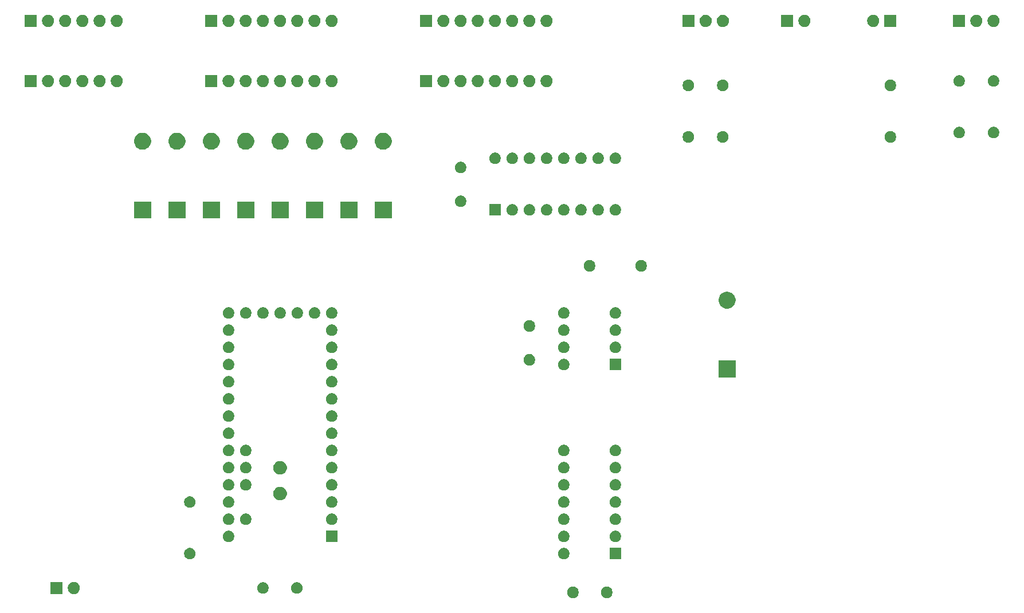
<source format=gbr>
G04 #@! TF.GenerationSoftware,KiCad,Pcbnew,(5.1.5)-3*
G04 #@! TF.CreationDate,2020-04-18T11:13:35+02:00*
G04 #@! TF.ProjectId,KorgPoly61_TeensyMidi,4b6f7267-506f-46c7-9936-315f5465656e,rev?*
G04 #@! TF.SameCoordinates,Original*
G04 #@! TF.FileFunction,Soldermask,Bot*
G04 #@! TF.FilePolarity,Negative*
%FSLAX46Y46*%
G04 Gerber Fmt 4.6, Leading zero omitted, Abs format (unit mm)*
G04 Created by KiCad (PCBNEW (5.1.5)-3) date 2020-04-18 11:13:35*
%MOMM*%
%LPD*%
G04 APERTURE LIST*
%ADD10C,0.100000*%
G04 APERTURE END LIST*
D10*
G36*
X150108228Y-96336703D02*
G01*
X150263100Y-96400853D01*
X150402481Y-96493985D01*
X150521015Y-96612519D01*
X150614147Y-96751900D01*
X150678297Y-96906772D01*
X150711000Y-97071184D01*
X150711000Y-97238816D01*
X150678297Y-97403228D01*
X150614147Y-97558100D01*
X150521015Y-97697481D01*
X150402481Y-97816015D01*
X150263100Y-97909147D01*
X150108228Y-97973297D01*
X149943816Y-98006000D01*
X149776184Y-98006000D01*
X149611772Y-97973297D01*
X149456900Y-97909147D01*
X149317519Y-97816015D01*
X149198985Y-97697481D01*
X149105853Y-97558100D01*
X149041703Y-97403228D01*
X149009000Y-97238816D01*
X149009000Y-97071184D01*
X149041703Y-96906772D01*
X149105853Y-96751900D01*
X149198985Y-96612519D01*
X149317519Y-96493985D01*
X149456900Y-96400853D01*
X149611772Y-96336703D01*
X149776184Y-96304000D01*
X149943816Y-96304000D01*
X150108228Y-96336703D01*
G37*
G36*
X145108228Y-96336703D02*
G01*
X145263100Y-96400853D01*
X145402481Y-96493985D01*
X145521015Y-96612519D01*
X145614147Y-96751900D01*
X145678297Y-96906772D01*
X145711000Y-97071184D01*
X145711000Y-97238816D01*
X145678297Y-97403228D01*
X145614147Y-97558100D01*
X145521015Y-97697481D01*
X145402481Y-97816015D01*
X145263100Y-97909147D01*
X145108228Y-97973297D01*
X144943816Y-98006000D01*
X144776184Y-98006000D01*
X144611772Y-97973297D01*
X144456900Y-97909147D01*
X144317519Y-97816015D01*
X144198985Y-97697481D01*
X144105853Y-97558100D01*
X144041703Y-97403228D01*
X144009000Y-97238816D01*
X144009000Y-97071184D01*
X144041703Y-96906772D01*
X144105853Y-96751900D01*
X144198985Y-96612519D01*
X144317519Y-96493985D01*
X144456900Y-96400853D01*
X144611772Y-96336703D01*
X144776184Y-96304000D01*
X144943816Y-96304000D01*
X145108228Y-96336703D01*
G37*
G36*
X69481000Y-97421000D02*
G01*
X67679000Y-97421000D01*
X67679000Y-95619000D01*
X69481000Y-95619000D01*
X69481000Y-97421000D01*
G37*
G36*
X71233512Y-95623927D02*
G01*
X71382812Y-95653624D01*
X71546784Y-95721544D01*
X71694354Y-95820147D01*
X71819853Y-95945646D01*
X71918456Y-96093216D01*
X71986376Y-96257188D01*
X72021000Y-96431259D01*
X72021000Y-96608741D01*
X71986376Y-96782812D01*
X71918456Y-96946784D01*
X71819853Y-97094354D01*
X71694354Y-97219853D01*
X71546784Y-97318456D01*
X71382812Y-97386376D01*
X71233512Y-97416073D01*
X71208742Y-97421000D01*
X71031258Y-97421000D01*
X71006488Y-97416073D01*
X70857188Y-97386376D01*
X70693216Y-97318456D01*
X70545646Y-97219853D01*
X70420147Y-97094354D01*
X70321544Y-96946784D01*
X70253624Y-96782812D01*
X70219000Y-96608741D01*
X70219000Y-96431259D01*
X70253624Y-96257188D01*
X70321544Y-96093216D01*
X70420147Y-95945646D01*
X70545646Y-95820147D01*
X70693216Y-95721544D01*
X70857188Y-95653624D01*
X71006488Y-95623927D01*
X71031258Y-95619000D01*
X71208742Y-95619000D01*
X71233512Y-95623927D01*
G37*
G36*
X104308228Y-95701703D02*
G01*
X104463100Y-95765853D01*
X104602481Y-95858985D01*
X104721015Y-95977519D01*
X104814147Y-96116900D01*
X104878297Y-96271772D01*
X104911000Y-96436184D01*
X104911000Y-96603816D01*
X104878297Y-96768228D01*
X104814147Y-96923100D01*
X104721015Y-97062481D01*
X104602481Y-97181015D01*
X104463100Y-97274147D01*
X104308228Y-97338297D01*
X104143816Y-97371000D01*
X103976184Y-97371000D01*
X103811772Y-97338297D01*
X103656900Y-97274147D01*
X103517519Y-97181015D01*
X103398985Y-97062481D01*
X103305853Y-96923100D01*
X103241703Y-96768228D01*
X103209000Y-96603816D01*
X103209000Y-96436184D01*
X103241703Y-96271772D01*
X103305853Y-96116900D01*
X103398985Y-95977519D01*
X103517519Y-95858985D01*
X103656900Y-95765853D01*
X103811772Y-95701703D01*
X103976184Y-95669000D01*
X104143816Y-95669000D01*
X104308228Y-95701703D01*
G37*
G36*
X99308228Y-95701703D02*
G01*
X99463100Y-95765853D01*
X99602481Y-95858985D01*
X99721015Y-95977519D01*
X99814147Y-96116900D01*
X99878297Y-96271772D01*
X99911000Y-96436184D01*
X99911000Y-96603816D01*
X99878297Y-96768228D01*
X99814147Y-96923100D01*
X99721015Y-97062481D01*
X99602481Y-97181015D01*
X99463100Y-97274147D01*
X99308228Y-97338297D01*
X99143816Y-97371000D01*
X98976184Y-97371000D01*
X98811772Y-97338297D01*
X98656900Y-97274147D01*
X98517519Y-97181015D01*
X98398985Y-97062481D01*
X98305853Y-96923100D01*
X98241703Y-96768228D01*
X98209000Y-96603816D01*
X98209000Y-96436184D01*
X98241703Y-96271772D01*
X98305853Y-96116900D01*
X98398985Y-95977519D01*
X98517519Y-95858985D01*
X98656900Y-95765853D01*
X98811772Y-95701703D01*
X98976184Y-95669000D01*
X99143816Y-95669000D01*
X99308228Y-95701703D01*
G37*
G36*
X151981000Y-92291000D02*
G01*
X150279000Y-92291000D01*
X150279000Y-90589000D01*
X151981000Y-90589000D01*
X151981000Y-92291000D01*
G37*
G36*
X143758228Y-90621703D02*
G01*
X143913100Y-90685853D01*
X144052481Y-90778985D01*
X144171015Y-90897519D01*
X144264147Y-91036900D01*
X144328297Y-91191772D01*
X144361000Y-91356184D01*
X144361000Y-91523816D01*
X144328297Y-91688228D01*
X144264147Y-91843100D01*
X144171015Y-91982481D01*
X144052481Y-92101015D01*
X143913100Y-92194147D01*
X143758228Y-92258297D01*
X143593816Y-92291000D01*
X143426184Y-92291000D01*
X143261772Y-92258297D01*
X143106900Y-92194147D01*
X142967519Y-92101015D01*
X142848985Y-91982481D01*
X142755853Y-91843100D01*
X142691703Y-91688228D01*
X142659000Y-91523816D01*
X142659000Y-91356184D01*
X142691703Y-91191772D01*
X142755853Y-91036900D01*
X142848985Y-90897519D01*
X142967519Y-90778985D01*
X143106900Y-90685853D01*
X143261772Y-90621703D01*
X143426184Y-90589000D01*
X143593816Y-90589000D01*
X143758228Y-90621703D01*
G37*
G36*
X88513228Y-90621703D02*
G01*
X88668100Y-90685853D01*
X88807481Y-90778985D01*
X88926015Y-90897519D01*
X89019147Y-91036900D01*
X89083297Y-91191772D01*
X89116000Y-91356184D01*
X89116000Y-91523816D01*
X89083297Y-91688228D01*
X89019147Y-91843100D01*
X88926015Y-91982481D01*
X88807481Y-92101015D01*
X88668100Y-92194147D01*
X88513228Y-92258297D01*
X88348816Y-92291000D01*
X88181184Y-92291000D01*
X88016772Y-92258297D01*
X87861900Y-92194147D01*
X87722519Y-92101015D01*
X87603985Y-91982481D01*
X87510853Y-91843100D01*
X87446703Y-91688228D01*
X87414000Y-91523816D01*
X87414000Y-91356184D01*
X87446703Y-91191772D01*
X87510853Y-91036900D01*
X87603985Y-90897519D01*
X87722519Y-90778985D01*
X87861900Y-90685853D01*
X88016772Y-90621703D01*
X88181184Y-90589000D01*
X88348816Y-90589000D01*
X88513228Y-90621703D01*
G37*
G36*
X110071000Y-89751000D02*
G01*
X108369000Y-89751000D01*
X108369000Y-88049000D01*
X110071000Y-88049000D01*
X110071000Y-89751000D01*
G37*
G36*
X151378228Y-88081703D02*
G01*
X151533100Y-88145853D01*
X151672481Y-88238985D01*
X151791015Y-88357519D01*
X151884147Y-88496900D01*
X151948297Y-88651772D01*
X151981000Y-88816184D01*
X151981000Y-88983816D01*
X151948297Y-89148228D01*
X151884147Y-89303100D01*
X151791015Y-89442481D01*
X151672481Y-89561015D01*
X151533100Y-89654147D01*
X151378228Y-89718297D01*
X151213816Y-89751000D01*
X151046184Y-89751000D01*
X150881772Y-89718297D01*
X150726900Y-89654147D01*
X150587519Y-89561015D01*
X150468985Y-89442481D01*
X150375853Y-89303100D01*
X150311703Y-89148228D01*
X150279000Y-88983816D01*
X150279000Y-88816184D01*
X150311703Y-88651772D01*
X150375853Y-88496900D01*
X150468985Y-88357519D01*
X150587519Y-88238985D01*
X150726900Y-88145853D01*
X150881772Y-88081703D01*
X151046184Y-88049000D01*
X151213816Y-88049000D01*
X151378228Y-88081703D01*
G37*
G36*
X143758228Y-88081703D02*
G01*
X143913100Y-88145853D01*
X144052481Y-88238985D01*
X144171015Y-88357519D01*
X144264147Y-88496900D01*
X144328297Y-88651772D01*
X144361000Y-88816184D01*
X144361000Y-88983816D01*
X144328297Y-89148228D01*
X144264147Y-89303100D01*
X144171015Y-89442481D01*
X144052481Y-89561015D01*
X143913100Y-89654147D01*
X143758228Y-89718297D01*
X143593816Y-89751000D01*
X143426184Y-89751000D01*
X143261772Y-89718297D01*
X143106900Y-89654147D01*
X142967519Y-89561015D01*
X142848985Y-89442481D01*
X142755853Y-89303100D01*
X142691703Y-89148228D01*
X142659000Y-88983816D01*
X142659000Y-88816184D01*
X142691703Y-88651772D01*
X142755853Y-88496900D01*
X142848985Y-88357519D01*
X142967519Y-88238985D01*
X143106900Y-88145853D01*
X143261772Y-88081703D01*
X143426184Y-88049000D01*
X143593816Y-88049000D01*
X143758228Y-88081703D01*
G37*
G36*
X94228228Y-88081703D02*
G01*
X94383100Y-88145853D01*
X94522481Y-88238985D01*
X94641015Y-88357519D01*
X94734147Y-88496900D01*
X94798297Y-88651772D01*
X94831000Y-88816184D01*
X94831000Y-88983816D01*
X94798297Y-89148228D01*
X94734147Y-89303100D01*
X94641015Y-89442481D01*
X94522481Y-89561015D01*
X94383100Y-89654147D01*
X94228228Y-89718297D01*
X94063816Y-89751000D01*
X93896184Y-89751000D01*
X93731772Y-89718297D01*
X93576900Y-89654147D01*
X93437519Y-89561015D01*
X93318985Y-89442481D01*
X93225853Y-89303100D01*
X93161703Y-89148228D01*
X93129000Y-88983816D01*
X93129000Y-88816184D01*
X93161703Y-88651772D01*
X93225853Y-88496900D01*
X93318985Y-88357519D01*
X93437519Y-88238985D01*
X93576900Y-88145853D01*
X93731772Y-88081703D01*
X93896184Y-88049000D01*
X94063816Y-88049000D01*
X94228228Y-88081703D01*
G37*
G36*
X94228228Y-85541703D02*
G01*
X94383100Y-85605853D01*
X94522481Y-85698985D01*
X94641015Y-85817519D01*
X94734147Y-85956900D01*
X94798297Y-86111772D01*
X94831000Y-86276184D01*
X94831000Y-86443816D01*
X94798297Y-86608228D01*
X94734147Y-86763100D01*
X94641015Y-86902481D01*
X94522481Y-87021015D01*
X94383100Y-87114147D01*
X94228228Y-87178297D01*
X94063816Y-87211000D01*
X93896184Y-87211000D01*
X93731772Y-87178297D01*
X93576900Y-87114147D01*
X93437519Y-87021015D01*
X93318985Y-86902481D01*
X93225853Y-86763100D01*
X93161703Y-86608228D01*
X93129000Y-86443816D01*
X93129000Y-86276184D01*
X93161703Y-86111772D01*
X93225853Y-85956900D01*
X93318985Y-85817519D01*
X93437519Y-85698985D01*
X93576900Y-85605853D01*
X93731772Y-85541703D01*
X93896184Y-85509000D01*
X94063816Y-85509000D01*
X94228228Y-85541703D01*
G37*
G36*
X151378228Y-85541703D02*
G01*
X151533100Y-85605853D01*
X151672481Y-85698985D01*
X151791015Y-85817519D01*
X151884147Y-85956900D01*
X151948297Y-86111772D01*
X151981000Y-86276184D01*
X151981000Y-86443816D01*
X151948297Y-86608228D01*
X151884147Y-86763100D01*
X151791015Y-86902481D01*
X151672481Y-87021015D01*
X151533100Y-87114147D01*
X151378228Y-87178297D01*
X151213816Y-87211000D01*
X151046184Y-87211000D01*
X150881772Y-87178297D01*
X150726900Y-87114147D01*
X150587519Y-87021015D01*
X150468985Y-86902481D01*
X150375853Y-86763100D01*
X150311703Y-86608228D01*
X150279000Y-86443816D01*
X150279000Y-86276184D01*
X150311703Y-86111772D01*
X150375853Y-85956900D01*
X150468985Y-85817519D01*
X150587519Y-85698985D01*
X150726900Y-85605853D01*
X150881772Y-85541703D01*
X151046184Y-85509000D01*
X151213816Y-85509000D01*
X151378228Y-85541703D01*
G37*
G36*
X96768228Y-85541703D02*
G01*
X96923100Y-85605853D01*
X97062481Y-85698985D01*
X97181015Y-85817519D01*
X97274147Y-85956900D01*
X97338297Y-86111772D01*
X97371000Y-86276184D01*
X97371000Y-86443816D01*
X97338297Y-86608228D01*
X97274147Y-86763100D01*
X97181015Y-86902481D01*
X97062481Y-87021015D01*
X96923100Y-87114147D01*
X96768228Y-87178297D01*
X96603816Y-87211000D01*
X96436184Y-87211000D01*
X96271772Y-87178297D01*
X96116900Y-87114147D01*
X95977519Y-87021015D01*
X95858985Y-86902481D01*
X95765853Y-86763100D01*
X95701703Y-86608228D01*
X95669000Y-86443816D01*
X95669000Y-86276184D01*
X95701703Y-86111772D01*
X95765853Y-85956900D01*
X95858985Y-85817519D01*
X95977519Y-85698985D01*
X96116900Y-85605853D01*
X96271772Y-85541703D01*
X96436184Y-85509000D01*
X96603816Y-85509000D01*
X96768228Y-85541703D01*
G37*
G36*
X143758228Y-85541703D02*
G01*
X143913100Y-85605853D01*
X144052481Y-85698985D01*
X144171015Y-85817519D01*
X144264147Y-85956900D01*
X144328297Y-86111772D01*
X144361000Y-86276184D01*
X144361000Y-86443816D01*
X144328297Y-86608228D01*
X144264147Y-86763100D01*
X144171015Y-86902481D01*
X144052481Y-87021015D01*
X143913100Y-87114147D01*
X143758228Y-87178297D01*
X143593816Y-87211000D01*
X143426184Y-87211000D01*
X143261772Y-87178297D01*
X143106900Y-87114147D01*
X142967519Y-87021015D01*
X142848985Y-86902481D01*
X142755853Y-86763100D01*
X142691703Y-86608228D01*
X142659000Y-86443816D01*
X142659000Y-86276184D01*
X142691703Y-86111772D01*
X142755853Y-85956900D01*
X142848985Y-85817519D01*
X142967519Y-85698985D01*
X143106900Y-85605853D01*
X143261772Y-85541703D01*
X143426184Y-85509000D01*
X143593816Y-85509000D01*
X143758228Y-85541703D01*
G37*
G36*
X109468228Y-85541703D02*
G01*
X109623100Y-85605853D01*
X109762481Y-85698985D01*
X109881015Y-85817519D01*
X109974147Y-85956900D01*
X110038297Y-86111772D01*
X110071000Y-86276184D01*
X110071000Y-86443816D01*
X110038297Y-86608228D01*
X109974147Y-86763100D01*
X109881015Y-86902481D01*
X109762481Y-87021015D01*
X109623100Y-87114147D01*
X109468228Y-87178297D01*
X109303816Y-87211000D01*
X109136184Y-87211000D01*
X108971772Y-87178297D01*
X108816900Y-87114147D01*
X108677519Y-87021015D01*
X108558985Y-86902481D01*
X108465853Y-86763100D01*
X108401703Y-86608228D01*
X108369000Y-86443816D01*
X108369000Y-86276184D01*
X108401703Y-86111772D01*
X108465853Y-85956900D01*
X108558985Y-85817519D01*
X108677519Y-85698985D01*
X108816900Y-85605853D01*
X108971772Y-85541703D01*
X109136184Y-85509000D01*
X109303816Y-85509000D01*
X109468228Y-85541703D01*
G37*
G36*
X143758228Y-83001703D02*
G01*
X143913100Y-83065853D01*
X144052481Y-83158985D01*
X144171015Y-83277519D01*
X144264147Y-83416900D01*
X144328297Y-83571772D01*
X144361000Y-83736184D01*
X144361000Y-83903816D01*
X144328297Y-84068228D01*
X144264147Y-84223100D01*
X144171015Y-84362481D01*
X144052481Y-84481015D01*
X143913100Y-84574147D01*
X143758228Y-84638297D01*
X143593816Y-84671000D01*
X143426184Y-84671000D01*
X143261772Y-84638297D01*
X143106900Y-84574147D01*
X142967519Y-84481015D01*
X142848985Y-84362481D01*
X142755853Y-84223100D01*
X142691703Y-84068228D01*
X142659000Y-83903816D01*
X142659000Y-83736184D01*
X142691703Y-83571772D01*
X142755853Y-83416900D01*
X142848985Y-83277519D01*
X142967519Y-83158985D01*
X143106900Y-83065853D01*
X143261772Y-83001703D01*
X143426184Y-82969000D01*
X143593816Y-82969000D01*
X143758228Y-83001703D01*
G37*
G36*
X109468228Y-83001703D02*
G01*
X109623100Y-83065853D01*
X109762481Y-83158985D01*
X109881015Y-83277519D01*
X109974147Y-83416900D01*
X110038297Y-83571772D01*
X110071000Y-83736184D01*
X110071000Y-83903816D01*
X110038297Y-84068228D01*
X109974147Y-84223100D01*
X109881015Y-84362481D01*
X109762481Y-84481015D01*
X109623100Y-84574147D01*
X109468228Y-84638297D01*
X109303816Y-84671000D01*
X109136184Y-84671000D01*
X108971772Y-84638297D01*
X108816900Y-84574147D01*
X108677519Y-84481015D01*
X108558985Y-84362481D01*
X108465853Y-84223100D01*
X108401703Y-84068228D01*
X108369000Y-83903816D01*
X108369000Y-83736184D01*
X108401703Y-83571772D01*
X108465853Y-83416900D01*
X108558985Y-83277519D01*
X108677519Y-83158985D01*
X108816900Y-83065853D01*
X108971772Y-83001703D01*
X109136184Y-82969000D01*
X109303816Y-82969000D01*
X109468228Y-83001703D01*
G37*
G36*
X88513228Y-83001703D02*
G01*
X88668100Y-83065853D01*
X88807481Y-83158985D01*
X88926015Y-83277519D01*
X89019147Y-83416900D01*
X89083297Y-83571772D01*
X89116000Y-83736184D01*
X89116000Y-83903816D01*
X89083297Y-84068228D01*
X89019147Y-84223100D01*
X88926015Y-84362481D01*
X88807481Y-84481015D01*
X88668100Y-84574147D01*
X88513228Y-84638297D01*
X88348816Y-84671000D01*
X88181184Y-84671000D01*
X88016772Y-84638297D01*
X87861900Y-84574147D01*
X87722519Y-84481015D01*
X87603985Y-84362481D01*
X87510853Y-84223100D01*
X87446703Y-84068228D01*
X87414000Y-83903816D01*
X87414000Y-83736184D01*
X87446703Y-83571772D01*
X87510853Y-83416900D01*
X87603985Y-83277519D01*
X87722519Y-83158985D01*
X87861900Y-83065853D01*
X88016772Y-83001703D01*
X88181184Y-82969000D01*
X88348816Y-82969000D01*
X88513228Y-83001703D01*
G37*
G36*
X94228228Y-83001703D02*
G01*
X94383100Y-83065853D01*
X94522481Y-83158985D01*
X94641015Y-83277519D01*
X94734147Y-83416900D01*
X94798297Y-83571772D01*
X94831000Y-83736184D01*
X94831000Y-83903816D01*
X94798297Y-84068228D01*
X94734147Y-84223100D01*
X94641015Y-84362481D01*
X94522481Y-84481015D01*
X94383100Y-84574147D01*
X94228228Y-84638297D01*
X94063816Y-84671000D01*
X93896184Y-84671000D01*
X93731772Y-84638297D01*
X93576900Y-84574147D01*
X93437519Y-84481015D01*
X93318985Y-84362481D01*
X93225853Y-84223100D01*
X93161703Y-84068228D01*
X93129000Y-83903816D01*
X93129000Y-83736184D01*
X93161703Y-83571772D01*
X93225853Y-83416900D01*
X93318985Y-83277519D01*
X93437519Y-83158985D01*
X93576900Y-83065853D01*
X93731772Y-83001703D01*
X93896184Y-82969000D01*
X94063816Y-82969000D01*
X94228228Y-83001703D01*
G37*
G36*
X151378228Y-83001703D02*
G01*
X151533100Y-83065853D01*
X151672481Y-83158985D01*
X151791015Y-83277519D01*
X151884147Y-83416900D01*
X151948297Y-83571772D01*
X151981000Y-83736184D01*
X151981000Y-83903816D01*
X151948297Y-84068228D01*
X151884147Y-84223100D01*
X151791015Y-84362481D01*
X151672481Y-84481015D01*
X151533100Y-84574147D01*
X151378228Y-84638297D01*
X151213816Y-84671000D01*
X151046184Y-84671000D01*
X150881772Y-84638297D01*
X150726900Y-84574147D01*
X150587519Y-84481015D01*
X150468985Y-84362481D01*
X150375853Y-84223100D01*
X150311703Y-84068228D01*
X150279000Y-83903816D01*
X150279000Y-83736184D01*
X150311703Y-83571772D01*
X150375853Y-83416900D01*
X150468985Y-83277519D01*
X150587519Y-83158985D01*
X150726900Y-83065853D01*
X150881772Y-83001703D01*
X151046184Y-82969000D01*
X151213816Y-82969000D01*
X151378228Y-83001703D01*
G37*
G36*
X101891981Y-81587468D02*
G01*
X102074151Y-81662926D01*
X102238100Y-81772473D01*
X102377527Y-81911900D01*
X102487074Y-82075849D01*
X102562532Y-82258019D01*
X102601000Y-82451410D01*
X102601000Y-82648590D01*
X102562532Y-82841981D01*
X102487074Y-83024151D01*
X102377527Y-83188100D01*
X102238100Y-83327527D01*
X102074151Y-83437074D01*
X101891981Y-83512532D01*
X101795285Y-83531766D01*
X101698591Y-83551000D01*
X101501409Y-83551000D01*
X101404715Y-83531766D01*
X101308019Y-83512532D01*
X101125849Y-83437074D01*
X100961900Y-83327527D01*
X100822473Y-83188100D01*
X100712926Y-83024151D01*
X100637468Y-82841981D01*
X100599000Y-82648590D01*
X100599000Y-82451410D01*
X100637468Y-82258019D01*
X100712926Y-82075849D01*
X100822473Y-81911900D01*
X100961900Y-81772473D01*
X101125849Y-81662926D01*
X101308019Y-81587468D01*
X101501409Y-81549000D01*
X101698591Y-81549000D01*
X101891981Y-81587468D01*
G37*
G36*
X94228228Y-80461703D02*
G01*
X94383100Y-80525853D01*
X94522481Y-80618985D01*
X94641015Y-80737519D01*
X94734147Y-80876900D01*
X94798297Y-81031772D01*
X94831000Y-81196184D01*
X94831000Y-81363816D01*
X94798297Y-81528228D01*
X94734147Y-81683100D01*
X94641015Y-81822481D01*
X94522481Y-81941015D01*
X94383100Y-82034147D01*
X94228228Y-82098297D01*
X94063816Y-82131000D01*
X93896184Y-82131000D01*
X93731772Y-82098297D01*
X93576900Y-82034147D01*
X93437519Y-81941015D01*
X93318985Y-81822481D01*
X93225853Y-81683100D01*
X93161703Y-81528228D01*
X93129000Y-81363816D01*
X93129000Y-81196184D01*
X93161703Y-81031772D01*
X93225853Y-80876900D01*
X93318985Y-80737519D01*
X93437519Y-80618985D01*
X93576900Y-80525853D01*
X93731772Y-80461703D01*
X93896184Y-80429000D01*
X94063816Y-80429000D01*
X94228228Y-80461703D01*
G37*
G36*
X109468228Y-80461703D02*
G01*
X109623100Y-80525853D01*
X109762481Y-80618985D01*
X109881015Y-80737519D01*
X109974147Y-80876900D01*
X110038297Y-81031772D01*
X110071000Y-81196184D01*
X110071000Y-81363816D01*
X110038297Y-81528228D01*
X109974147Y-81683100D01*
X109881015Y-81822481D01*
X109762481Y-81941015D01*
X109623100Y-82034147D01*
X109468228Y-82098297D01*
X109303816Y-82131000D01*
X109136184Y-82131000D01*
X108971772Y-82098297D01*
X108816900Y-82034147D01*
X108677519Y-81941015D01*
X108558985Y-81822481D01*
X108465853Y-81683100D01*
X108401703Y-81528228D01*
X108369000Y-81363816D01*
X108369000Y-81196184D01*
X108401703Y-81031772D01*
X108465853Y-80876900D01*
X108558985Y-80737519D01*
X108677519Y-80618985D01*
X108816900Y-80525853D01*
X108971772Y-80461703D01*
X109136184Y-80429000D01*
X109303816Y-80429000D01*
X109468228Y-80461703D01*
G37*
G36*
X96768228Y-80461703D02*
G01*
X96923100Y-80525853D01*
X97062481Y-80618985D01*
X97181015Y-80737519D01*
X97274147Y-80876900D01*
X97338297Y-81031772D01*
X97371000Y-81196184D01*
X97371000Y-81363816D01*
X97338297Y-81528228D01*
X97274147Y-81683100D01*
X97181015Y-81822481D01*
X97062481Y-81941015D01*
X96923100Y-82034147D01*
X96768228Y-82098297D01*
X96603816Y-82131000D01*
X96436184Y-82131000D01*
X96271772Y-82098297D01*
X96116900Y-82034147D01*
X95977519Y-81941015D01*
X95858985Y-81822481D01*
X95765853Y-81683100D01*
X95701703Y-81528228D01*
X95669000Y-81363816D01*
X95669000Y-81196184D01*
X95701703Y-81031772D01*
X95765853Y-80876900D01*
X95858985Y-80737519D01*
X95977519Y-80618985D01*
X96116900Y-80525853D01*
X96271772Y-80461703D01*
X96436184Y-80429000D01*
X96603816Y-80429000D01*
X96768228Y-80461703D01*
G37*
G36*
X143758228Y-80461703D02*
G01*
X143913100Y-80525853D01*
X144052481Y-80618985D01*
X144171015Y-80737519D01*
X144264147Y-80876900D01*
X144328297Y-81031772D01*
X144361000Y-81196184D01*
X144361000Y-81363816D01*
X144328297Y-81528228D01*
X144264147Y-81683100D01*
X144171015Y-81822481D01*
X144052481Y-81941015D01*
X143913100Y-82034147D01*
X143758228Y-82098297D01*
X143593816Y-82131000D01*
X143426184Y-82131000D01*
X143261772Y-82098297D01*
X143106900Y-82034147D01*
X142967519Y-81941015D01*
X142848985Y-81822481D01*
X142755853Y-81683100D01*
X142691703Y-81528228D01*
X142659000Y-81363816D01*
X142659000Y-81196184D01*
X142691703Y-81031772D01*
X142755853Y-80876900D01*
X142848985Y-80737519D01*
X142967519Y-80618985D01*
X143106900Y-80525853D01*
X143261772Y-80461703D01*
X143426184Y-80429000D01*
X143593816Y-80429000D01*
X143758228Y-80461703D01*
G37*
G36*
X151378228Y-80461703D02*
G01*
X151533100Y-80525853D01*
X151672481Y-80618985D01*
X151791015Y-80737519D01*
X151884147Y-80876900D01*
X151948297Y-81031772D01*
X151981000Y-81196184D01*
X151981000Y-81363816D01*
X151948297Y-81528228D01*
X151884147Y-81683100D01*
X151791015Y-81822481D01*
X151672481Y-81941015D01*
X151533100Y-82034147D01*
X151378228Y-82098297D01*
X151213816Y-82131000D01*
X151046184Y-82131000D01*
X150881772Y-82098297D01*
X150726900Y-82034147D01*
X150587519Y-81941015D01*
X150468985Y-81822481D01*
X150375853Y-81683100D01*
X150311703Y-81528228D01*
X150279000Y-81363816D01*
X150279000Y-81196184D01*
X150311703Y-81031772D01*
X150375853Y-80876900D01*
X150468985Y-80737519D01*
X150587519Y-80618985D01*
X150726900Y-80525853D01*
X150881772Y-80461703D01*
X151046184Y-80429000D01*
X151213816Y-80429000D01*
X151378228Y-80461703D01*
G37*
G36*
X101795285Y-77758234D02*
G01*
X101891981Y-77777468D01*
X102074151Y-77852926D01*
X102238100Y-77962473D01*
X102377527Y-78101900D01*
X102487074Y-78265849D01*
X102562532Y-78448019D01*
X102601000Y-78641410D01*
X102601000Y-78838590D01*
X102562532Y-79031981D01*
X102487074Y-79214151D01*
X102377527Y-79378100D01*
X102238100Y-79517527D01*
X102074151Y-79627074D01*
X101891981Y-79702532D01*
X101698591Y-79741000D01*
X101501409Y-79741000D01*
X101308019Y-79702532D01*
X101125849Y-79627074D01*
X100961900Y-79517527D01*
X100822473Y-79378100D01*
X100712926Y-79214151D01*
X100637468Y-79031981D01*
X100599000Y-78838590D01*
X100599000Y-78641410D01*
X100637468Y-78448019D01*
X100712926Y-78265849D01*
X100822473Y-78101900D01*
X100961900Y-77962473D01*
X101125849Y-77852926D01*
X101308019Y-77777468D01*
X101404715Y-77758234D01*
X101501409Y-77739000D01*
X101698591Y-77739000D01*
X101795285Y-77758234D01*
G37*
G36*
X151378228Y-77921703D02*
G01*
X151533100Y-77985853D01*
X151672481Y-78078985D01*
X151791015Y-78197519D01*
X151884147Y-78336900D01*
X151948297Y-78491772D01*
X151981000Y-78656184D01*
X151981000Y-78823816D01*
X151948297Y-78988228D01*
X151884147Y-79143100D01*
X151791015Y-79282481D01*
X151672481Y-79401015D01*
X151533100Y-79494147D01*
X151378228Y-79558297D01*
X151213816Y-79591000D01*
X151046184Y-79591000D01*
X150881772Y-79558297D01*
X150726900Y-79494147D01*
X150587519Y-79401015D01*
X150468985Y-79282481D01*
X150375853Y-79143100D01*
X150311703Y-78988228D01*
X150279000Y-78823816D01*
X150279000Y-78656184D01*
X150311703Y-78491772D01*
X150375853Y-78336900D01*
X150468985Y-78197519D01*
X150587519Y-78078985D01*
X150726900Y-77985853D01*
X150881772Y-77921703D01*
X151046184Y-77889000D01*
X151213816Y-77889000D01*
X151378228Y-77921703D01*
G37*
G36*
X96768228Y-77921703D02*
G01*
X96923100Y-77985853D01*
X97062481Y-78078985D01*
X97181015Y-78197519D01*
X97274147Y-78336900D01*
X97338297Y-78491772D01*
X97371000Y-78656184D01*
X97371000Y-78823816D01*
X97338297Y-78988228D01*
X97274147Y-79143100D01*
X97181015Y-79282481D01*
X97062481Y-79401015D01*
X96923100Y-79494147D01*
X96768228Y-79558297D01*
X96603816Y-79591000D01*
X96436184Y-79591000D01*
X96271772Y-79558297D01*
X96116900Y-79494147D01*
X95977519Y-79401015D01*
X95858985Y-79282481D01*
X95765853Y-79143100D01*
X95701703Y-78988228D01*
X95669000Y-78823816D01*
X95669000Y-78656184D01*
X95701703Y-78491772D01*
X95765853Y-78336900D01*
X95858985Y-78197519D01*
X95977519Y-78078985D01*
X96116900Y-77985853D01*
X96271772Y-77921703D01*
X96436184Y-77889000D01*
X96603816Y-77889000D01*
X96768228Y-77921703D01*
G37*
G36*
X94228228Y-77921703D02*
G01*
X94383100Y-77985853D01*
X94522481Y-78078985D01*
X94641015Y-78197519D01*
X94734147Y-78336900D01*
X94798297Y-78491772D01*
X94831000Y-78656184D01*
X94831000Y-78823816D01*
X94798297Y-78988228D01*
X94734147Y-79143100D01*
X94641015Y-79282481D01*
X94522481Y-79401015D01*
X94383100Y-79494147D01*
X94228228Y-79558297D01*
X94063816Y-79591000D01*
X93896184Y-79591000D01*
X93731772Y-79558297D01*
X93576900Y-79494147D01*
X93437519Y-79401015D01*
X93318985Y-79282481D01*
X93225853Y-79143100D01*
X93161703Y-78988228D01*
X93129000Y-78823816D01*
X93129000Y-78656184D01*
X93161703Y-78491772D01*
X93225853Y-78336900D01*
X93318985Y-78197519D01*
X93437519Y-78078985D01*
X93576900Y-77985853D01*
X93731772Y-77921703D01*
X93896184Y-77889000D01*
X94063816Y-77889000D01*
X94228228Y-77921703D01*
G37*
G36*
X109468228Y-77921703D02*
G01*
X109623100Y-77985853D01*
X109762481Y-78078985D01*
X109881015Y-78197519D01*
X109974147Y-78336900D01*
X110038297Y-78491772D01*
X110071000Y-78656184D01*
X110071000Y-78823816D01*
X110038297Y-78988228D01*
X109974147Y-79143100D01*
X109881015Y-79282481D01*
X109762481Y-79401015D01*
X109623100Y-79494147D01*
X109468228Y-79558297D01*
X109303816Y-79591000D01*
X109136184Y-79591000D01*
X108971772Y-79558297D01*
X108816900Y-79494147D01*
X108677519Y-79401015D01*
X108558985Y-79282481D01*
X108465853Y-79143100D01*
X108401703Y-78988228D01*
X108369000Y-78823816D01*
X108369000Y-78656184D01*
X108401703Y-78491772D01*
X108465853Y-78336900D01*
X108558985Y-78197519D01*
X108677519Y-78078985D01*
X108816900Y-77985853D01*
X108971772Y-77921703D01*
X109136184Y-77889000D01*
X109303816Y-77889000D01*
X109468228Y-77921703D01*
G37*
G36*
X143758228Y-77921703D02*
G01*
X143913100Y-77985853D01*
X144052481Y-78078985D01*
X144171015Y-78197519D01*
X144264147Y-78336900D01*
X144328297Y-78491772D01*
X144361000Y-78656184D01*
X144361000Y-78823816D01*
X144328297Y-78988228D01*
X144264147Y-79143100D01*
X144171015Y-79282481D01*
X144052481Y-79401015D01*
X143913100Y-79494147D01*
X143758228Y-79558297D01*
X143593816Y-79591000D01*
X143426184Y-79591000D01*
X143261772Y-79558297D01*
X143106900Y-79494147D01*
X142967519Y-79401015D01*
X142848985Y-79282481D01*
X142755853Y-79143100D01*
X142691703Y-78988228D01*
X142659000Y-78823816D01*
X142659000Y-78656184D01*
X142691703Y-78491772D01*
X142755853Y-78336900D01*
X142848985Y-78197519D01*
X142967519Y-78078985D01*
X143106900Y-77985853D01*
X143261772Y-77921703D01*
X143426184Y-77889000D01*
X143593816Y-77889000D01*
X143758228Y-77921703D01*
G37*
G36*
X143758228Y-75381703D02*
G01*
X143913100Y-75445853D01*
X144052481Y-75538985D01*
X144171015Y-75657519D01*
X144264147Y-75796900D01*
X144328297Y-75951772D01*
X144361000Y-76116184D01*
X144361000Y-76283816D01*
X144328297Y-76448228D01*
X144264147Y-76603100D01*
X144171015Y-76742481D01*
X144052481Y-76861015D01*
X143913100Y-76954147D01*
X143758228Y-77018297D01*
X143593816Y-77051000D01*
X143426184Y-77051000D01*
X143261772Y-77018297D01*
X143106900Y-76954147D01*
X142967519Y-76861015D01*
X142848985Y-76742481D01*
X142755853Y-76603100D01*
X142691703Y-76448228D01*
X142659000Y-76283816D01*
X142659000Y-76116184D01*
X142691703Y-75951772D01*
X142755853Y-75796900D01*
X142848985Y-75657519D01*
X142967519Y-75538985D01*
X143106900Y-75445853D01*
X143261772Y-75381703D01*
X143426184Y-75349000D01*
X143593816Y-75349000D01*
X143758228Y-75381703D01*
G37*
G36*
X94228228Y-75381703D02*
G01*
X94383100Y-75445853D01*
X94522481Y-75538985D01*
X94641015Y-75657519D01*
X94734147Y-75796900D01*
X94798297Y-75951772D01*
X94831000Y-76116184D01*
X94831000Y-76283816D01*
X94798297Y-76448228D01*
X94734147Y-76603100D01*
X94641015Y-76742481D01*
X94522481Y-76861015D01*
X94383100Y-76954147D01*
X94228228Y-77018297D01*
X94063816Y-77051000D01*
X93896184Y-77051000D01*
X93731772Y-77018297D01*
X93576900Y-76954147D01*
X93437519Y-76861015D01*
X93318985Y-76742481D01*
X93225853Y-76603100D01*
X93161703Y-76448228D01*
X93129000Y-76283816D01*
X93129000Y-76116184D01*
X93161703Y-75951772D01*
X93225853Y-75796900D01*
X93318985Y-75657519D01*
X93437519Y-75538985D01*
X93576900Y-75445853D01*
X93731772Y-75381703D01*
X93896184Y-75349000D01*
X94063816Y-75349000D01*
X94228228Y-75381703D01*
G37*
G36*
X96768228Y-75381703D02*
G01*
X96923100Y-75445853D01*
X97062481Y-75538985D01*
X97181015Y-75657519D01*
X97274147Y-75796900D01*
X97338297Y-75951772D01*
X97371000Y-76116184D01*
X97371000Y-76283816D01*
X97338297Y-76448228D01*
X97274147Y-76603100D01*
X97181015Y-76742481D01*
X97062481Y-76861015D01*
X96923100Y-76954147D01*
X96768228Y-77018297D01*
X96603816Y-77051000D01*
X96436184Y-77051000D01*
X96271772Y-77018297D01*
X96116900Y-76954147D01*
X95977519Y-76861015D01*
X95858985Y-76742481D01*
X95765853Y-76603100D01*
X95701703Y-76448228D01*
X95669000Y-76283816D01*
X95669000Y-76116184D01*
X95701703Y-75951772D01*
X95765853Y-75796900D01*
X95858985Y-75657519D01*
X95977519Y-75538985D01*
X96116900Y-75445853D01*
X96271772Y-75381703D01*
X96436184Y-75349000D01*
X96603816Y-75349000D01*
X96768228Y-75381703D01*
G37*
G36*
X109468228Y-75381703D02*
G01*
X109623100Y-75445853D01*
X109762481Y-75538985D01*
X109881015Y-75657519D01*
X109974147Y-75796900D01*
X110038297Y-75951772D01*
X110071000Y-76116184D01*
X110071000Y-76283816D01*
X110038297Y-76448228D01*
X109974147Y-76603100D01*
X109881015Y-76742481D01*
X109762481Y-76861015D01*
X109623100Y-76954147D01*
X109468228Y-77018297D01*
X109303816Y-77051000D01*
X109136184Y-77051000D01*
X108971772Y-77018297D01*
X108816900Y-76954147D01*
X108677519Y-76861015D01*
X108558985Y-76742481D01*
X108465853Y-76603100D01*
X108401703Y-76448228D01*
X108369000Y-76283816D01*
X108369000Y-76116184D01*
X108401703Y-75951772D01*
X108465853Y-75796900D01*
X108558985Y-75657519D01*
X108677519Y-75538985D01*
X108816900Y-75445853D01*
X108971772Y-75381703D01*
X109136184Y-75349000D01*
X109303816Y-75349000D01*
X109468228Y-75381703D01*
G37*
G36*
X151378228Y-75381703D02*
G01*
X151533100Y-75445853D01*
X151672481Y-75538985D01*
X151791015Y-75657519D01*
X151884147Y-75796900D01*
X151948297Y-75951772D01*
X151981000Y-76116184D01*
X151981000Y-76283816D01*
X151948297Y-76448228D01*
X151884147Y-76603100D01*
X151791015Y-76742481D01*
X151672481Y-76861015D01*
X151533100Y-76954147D01*
X151378228Y-77018297D01*
X151213816Y-77051000D01*
X151046184Y-77051000D01*
X150881772Y-77018297D01*
X150726900Y-76954147D01*
X150587519Y-76861015D01*
X150468985Y-76742481D01*
X150375853Y-76603100D01*
X150311703Y-76448228D01*
X150279000Y-76283816D01*
X150279000Y-76116184D01*
X150311703Y-75951772D01*
X150375853Y-75796900D01*
X150468985Y-75657519D01*
X150587519Y-75538985D01*
X150726900Y-75445853D01*
X150881772Y-75381703D01*
X151046184Y-75349000D01*
X151213816Y-75349000D01*
X151378228Y-75381703D01*
G37*
G36*
X109468228Y-72841703D02*
G01*
X109623100Y-72905853D01*
X109762481Y-72998985D01*
X109881015Y-73117519D01*
X109974147Y-73256900D01*
X110038297Y-73411772D01*
X110071000Y-73576184D01*
X110071000Y-73743816D01*
X110038297Y-73908228D01*
X109974147Y-74063100D01*
X109881015Y-74202481D01*
X109762481Y-74321015D01*
X109623100Y-74414147D01*
X109468228Y-74478297D01*
X109303816Y-74511000D01*
X109136184Y-74511000D01*
X108971772Y-74478297D01*
X108816900Y-74414147D01*
X108677519Y-74321015D01*
X108558985Y-74202481D01*
X108465853Y-74063100D01*
X108401703Y-73908228D01*
X108369000Y-73743816D01*
X108369000Y-73576184D01*
X108401703Y-73411772D01*
X108465853Y-73256900D01*
X108558985Y-73117519D01*
X108677519Y-72998985D01*
X108816900Y-72905853D01*
X108971772Y-72841703D01*
X109136184Y-72809000D01*
X109303816Y-72809000D01*
X109468228Y-72841703D01*
G37*
G36*
X94228228Y-72841703D02*
G01*
X94383100Y-72905853D01*
X94522481Y-72998985D01*
X94641015Y-73117519D01*
X94734147Y-73256900D01*
X94798297Y-73411772D01*
X94831000Y-73576184D01*
X94831000Y-73743816D01*
X94798297Y-73908228D01*
X94734147Y-74063100D01*
X94641015Y-74202481D01*
X94522481Y-74321015D01*
X94383100Y-74414147D01*
X94228228Y-74478297D01*
X94063816Y-74511000D01*
X93896184Y-74511000D01*
X93731772Y-74478297D01*
X93576900Y-74414147D01*
X93437519Y-74321015D01*
X93318985Y-74202481D01*
X93225853Y-74063100D01*
X93161703Y-73908228D01*
X93129000Y-73743816D01*
X93129000Y-73576184D01*
X93161703Y-73411772D01*
X93225853Y-73256900D01*
X93318985Y-73117519D01*
X93437519Y-72998985D01*
X93576900Y-72905853D01*
X93731772Y-72841703D01*
X93896184Y-72809000D01*
X94063816Y-72809000D01*
X94228228Y-72841703D01*
G37*
G36*
X94228228Y-70301703D02*
G01*
X94383100Y-70365853D01*
X94522481Y-70458985D01*
X94641015Y-70577519D01*
X94734147Y-70716900D01*
X94798297Y-70871772D01*
X94831000Y-71036184D01*
X94831000Y-71203816D01*
X94798297Y-71368228D01*
X94734147Y-71523100D01*
X94641015Y-71662481D01*
X94522481Y-71781015D01*
X94383100Y-71874147D01*
X94228228Y-71938297D01*
X94063816Y-71971000D01*
X93896184Y-71971000D01*
X93731772Y-71938297D01*
X93576900Y-71874147D01*
X93437519Y-71781015D01*
X93318985Y-71662481D01*
X93225853Y-71523100D01*
X93161703Y-71368228D01*
X93129000Y-71203816D01*
X93129000Y-71036184D01*
X93161703Y-70871772D01*
X93225853Y-70716900D01*
X93318985Y-70577519D01*
X93437519Y-70458985D01*
X93576900Y-70365853D01*
X93731772Y-70301703D01*
X93896184Y-70269000D01*
X94063816Y-70269000D01*
X94228228Y-70301703D01*
G37*
G36*
X109468228Y-70301703D02*
G01*
X109623100Y-70365853D01*
X109762481Y-70458985D01*
X109881015Y-70577519D01*
X109974147Y-70716900D01*
X110038297Y-70871772D01*
X110071000Y-71036184D01*
X110071000Y-71203816D01*
X110038297Y-71368228D01*
X109974147Y-71523100D01*
X109881015Y-71662481D01*
X109762481Y-71781015D01*
X109623100Y-71874147D01*
X109468228Y-71938297D01*
X109303816Y-71971000D01*
X109136184Y-71971000D01*
X108971772Y-71938297D01*
X108816900Y-71874147D01*
X108677519Y-71781015D01*
X108558985Y-71662481D01*
X108465853Y-71523100D01*
X108401703Y-71368228D01*
X108369000Y-71203816D01*
X108369000Y-71036184D01*
X108401703Y-70871772D01*
X108465853Y-70716900D01*
X108558985Y-70577519D01*
X108677519Y-70458985D01*
X108816900Y-70365853D01*
X108971772Y-70301703D01*
X109136184Y-70269000D01*
X109303816Y-70269000D01*
X109468228Y-70301703D01*
G37*
G36*
X109468228Y-67761703D02*
G01*
X109623100Y-67825853D01*
X109762481Y-67918985D01*
X109881015Y-68037519D01*
X109974147Y-68176900D01*
X110038297Y-68331772D01*
X110071000Y-68496184D01*
X110071000Y-68663816D01*
X110038297Y-68828228D01*
X109974147Y-68983100D01*
X109881015Y-69122481D01*
X109762481Y-69241015D01*
X109623100Y-69334147D01*
X109468228Y-69398297D01*
X109303816Y-69431000D01*
X109136184Y-69431000D01*
X108971772Y-69398297D01*
X108816900Y-69334147D01*
X108677519Y-69241015D01*
X108558985Y-69122481D01*
X108465853Y-68983100D01*
X108401703Y-68828228D01*
X108369000Y-68663816D01*
X108369000Y-68496184D01*
X108401703Y-68331772D01*
X108465853Y-68176900D01*
X108558985Y-68037519D01*
X108677519Y-67918985D01*
X108816900Y-67825853D01*
X108971772Y-67761703D01*
X109136184Y-67729000D01*
X109303816Y-67729000D01*
X109468228Y-67761703D01*
G37*
G36*
X94228228Y-67761703D02*
G01*
X94383100Y-67825853D01*
X94522481Y-67918985D01*
X94641015Y-68037519D01*
X94734147Y-68176900D01*
X94798297Y-68331772D01*
X94831000Y-68496184D01*
X94831000Y-68663816D01*
X94798297Y-68828228D01*
X94734147Y-68983100D01*
X94641015Y-69122481D01*
X94522481Y-69241015D01*
X94383100Y-69334147D01*
X94228228Y-69398297D01*
X94063816Y-69431000D01*
X93896184Y-69431000D01*
X93731772Y-69398297D01*
X93576900Y-69334147D01*
X93437519Y-69241015D01*
X93318985Y-69122481D01*
X93225853Y-68983100D01*
X93161703Y-68828228D01*
X93129000Y-68663816D01*
X93129000Y-68496184D01*
X93161703Y-68331772D01*
X93225853Y-68176900D01*
X93318985Y-68037519D01*
X93437519Y-67918985D01*
X93576900Y-67825853D01*
X93731772Y-67761703D01*
X93896184Y-67729000D01*
X94063816Y-67729000D01*
X94228228Y-67761703D01*
G37*
G36*
X94228228Y-65221703D02*
G01*
X94383100Y-65285853D01*
X94522481Y-65378985D01*
X94641015Y-65497519D01*
X94734147Y-65636900D01*
X94798297Y-65791772D01*
X94831000Y-65956184D01*
X94831000Y-66123816D01*
X94798297Y-66288228D01*
X94734147Y-66443100D01*
X94641015Y-66582481D01*
X94522481Y-66701015D01*
X94383100Y-66794147D01*
X94228228Y-66858297D01*
X94063816Y-66891000D01*
X93896184Y-66891000D01*
X93731772Y-66858297D01*
X93576900Y-66794147D01*
X93437519Y-66701015D01*
X93318985Y-66582481D01*
X93225853Y-66443100D01*
X93161703Y-66288228D01*
X93129000Y-66123816D01*
X93129000Y-65956184D01*
X93161703Y-65791772D01*
X93225853Y-65636900D01*
X93318985Y-65497519D01*
X93437519Y-65378985D01*
X93576900Y-65285853D01*
X93731772Y-65221703D01*
X93896184Y-65189000D01*
X94063816Y-65189000D01*
X94228228Y-65221703D01*
G37*
G36*
X109468228Y-65221703D02*
G01*
X109623100Y-65285853D01*
X109762481Y-65378985D01*
X109881015Y-65497519D01*
X109974147Y-65636900D01*
X110038297Y-65791772D01*
X110071000Y-65956184D01*
X110071000Y-66123816D01*
X110038297Y-66288228D01*
X109974147Y-66443100D01*
X109881015Y-66582481D01*
X109762481Y-66701015D01*
X109623100Y-66794147D01*
X109468228Y-66858297D01*
X109303816Y-66891000D01*
X109136184Y-66891000D01*
X108971772Y-66858297D01*
X108816900Y-66794147D01*
X108677519Y-66701015D01*
X108558985Y-66582481D01*
X108465853Y-66443100D01*
X108401703Y-66288228D01*
X108369000Y-66123816D01*
X108369000Y-65956184D01*
X108401703Y-65791772D01*
X108465853Y-65636900D01*
X108558985Y-65497519D01*
X108677519Y-65378985D01*
X108816900Y-65285853D01*
X108971772Y-65221703D01*
X109136184Y-65189000D01*
X109303816Y-65189000D01*
X109468228Y-65221703D01*
G37*
G36*
X168891000Y-65386000D02*
G01*
X166389000Y-65386000D01*
X166389000Y-62884000D01*
X168891000Y-62884000D01*
X168891000Y-65386000D01*
G37*
G36*
X143758228Y-62681703D02*
G01*
X143913100Y-62745853D01*
X144052481Y-62838985D01*
X144171015Y-62957519D01*
X144264147Y-63096900D01*
X144328297Y-63251772D01*
X144361000Y-63416184D01*
X144361000Y-63583816D01*
X144328297Y-63748228D01*
X144264147Y-63903100D01*
X144171015Y-64042481D01*
X144052481Y-64161015D01*
X143913100Y-64254147D01*
X143758228Y-64318297D01*
X143593816Y-64351000D01*
X143426184Y-64351000D01*
X143261772Y-64318297D01*
X143106900Y-64254147D01*
X142967519Y-64161015D01*
X142848985Y-64042481D01*
X142755853Y-63903100D01*
X142691703Y-63748228D01*
X142659000Y-63583816D01*
X142659000Y-63416184D01*
X142691703Y-63251772D01*
X142755853Y-63096900D01*
X142848985Y-62957519D01*
X142967519Y-62838985D01*
X143106900Y-62745853D01*
X143261772Y-62681703D01*
X143426184Y-62649000D01*
X143593816Y-62649000D01*
X143758228Y-62681703D01*
G37*
G36*
X109468228Y-62681703D02*
G01*
X109623100Y-62745853D01*
X109762481Y-62838985D01*
X109881015Y-62957519D01*
X109974147Y-63096900D01*
X110038297Y-63251772D01*
X110071000Y-63416184D01*
X110071000Y-63583816D01*
X110038297Y-63748228D01*
X109974147Y-63903100D01*
X109881015Y-64042481D01*
X109762481Y-64161015D01*
X109623100Y-64254147D01*
X109468228Y-64318297D01*
X109303816Y-64351000D01*
X109136184Y-64351000D01*
X108971772Y-64318297D01*
X108816900Y-64254147D01*
X108677519Y-64161015D01*
X108558985Y-64042481D01*
X108465853Y-63903100D01*
X108401703Y-63748228D01*
X108369000Y-63583816D01*
X108369000Y-63416184D01*
X108401703Y-63251772D01*
X108465853Y-63096900D01*
X108558985Y-62957519D01*
X108677519Y-62838985D01*
X108816900Y-62745853D01*
X108971772Y-62681703D01*
X109136184Y-62649000D01*
X109303816Y-62649000D01*
X109468228Y-62681703D01*
G37*
G36*
X94228228Y-62681703D02*
G01*
X94383100Y-62745853D01*
X94522481Y-62838985D01*
X94641015Y-62957519D01*
X94734147Y-63096900D01*
X94798297Y-63251772D01*
X94831000Y-63416184D01*
X94831000Y-63583816D01*
X94798297Y-63748228D01*
X94734147Y-63903100D01*
X94641015Y-64042481D01*
X94522481Y-64161015D01*
X94383100Y-64254147D01*
X94228228Y-64318297D01*
X94063816Y-64351000D01*
X93896184Y-64351000D01*
X93731772Y-64318297D01*
X93576900Y-64254147D01*
X93437519Y-64161015D01*
X93318985Y-64042481D01*
X93225853Y-63903100D01*
X93161703Y-63748228D01*
X93129000Y-63583816D01*
X93129000Y-63416184D01*
X93161703Y-63251772D01*
X93225853Y-63096900D01*
X93318985Y-62957519D01*
X93437519Y-62838985D01*
X93576900Y-62745853D01*
X93731772Y-62681703D01*
X93896184Y-62649000D01*
X94063816Y-62649000D01*
X94228228Y-62681703D01*
G37*
G36*
X151981000Y-64351000D02*
G01*
X150279000Y-64351000D01*
X150279000Y-62649000D01*
X151981000Y-62649000D01*
X151981000Y-64351000D01*
G37*
G36*
X138678228Y-61966703D02*
G01*
X138833100Y-62030853D01*
X138972481Y-62123985D01*
X139091015Y-62242519D01*
X139184147Y-62381900D01*
X139248297Y-62536772D01*
X139281000Y-62701184D01*
X139281000Y-62868816D01*
X139248297Y-63033228D01*
X139184147Y-63188100D01*
X139091015Y-63327481D01*
X138972481Y-63446015D01*
X138833100Y-63539147D01*
X138678228Y-63603297D01*
X138513816Y-63636000D01*
X138346184Y-63636000D01*
X138181772Y-63603297D01*
X138026900Y-63539147D01*
X137887519Y-63446015D01*
X137768985Y-63327481D01*
X137675853Y-63188100D01*
X137611703Y-63033228D01*
X137579000Y-62868816D01*
X137579000Y-62701184D01*
X137611703Y-62536772D01*
X137675853Y-62381900D01*
X137768985Y-62242519D01*
X137887519Y-62123985D01*
X138026900Y-62030853D01*
X138181772Y-61966703D01*
X138346184Y-61934000D01*
X138513816Y-61934000D01*
X138678228Y-61966703D01*
G37*
G36*
X143758228Y-60141703D02*
G01*
X143913100Y-60205853D01*
X144052481Y-60298985D01*
X144171015Y-60417519D01*
X144264147Y-60556900D01*
X144328297Y-60711772D01*
X144361000Y-60876184D01*
X144361000Y-61043816D01*
X144328297Y-61208228D01*
X144264147Y-61363100D01*
X144171015Y-61502481D01*
X144052481Y-61621015D01*
X143913100Y-61714147D01*
X143758228Y-61778297D01*
X143593816Y-61811000D01*
X143426184Y-61811000D01*
X143261772Y-61778297D01*
X143106900Y-61714147D01*
X142967519Y-61621015D01*
X142848985Y-61502481D01*
X142755853Y-61363100D01*
X142691703Y-61208228D01*
X142659000Y-61043816D01*
X142659000Y-60876184D01*
X142691703Y-60711772D01*
X142755853Y-60556900D01*
X142848985Y-60417519D01*
X142967519Y-60298985D01*
X143106900Y-60205853D01*
X143261772Y-60141703D01*
X143426184Y-60109000D01*
X143593816Y-60109000D01*
X143758228Y-60141703D01*
G37*
G36*
X94228228Y-60141703D02*
G01*
X94383100Y-60205853D01*
X94522481Y-60298985D01*
X94641015Y-60417519D01*
X94734147Y-60556900D01*
X94798297Y-60711772D01*
X94831000Y-60876184D01*
X94831000Y-61043816D01*
X94798297Y-61208228D01*
X94734147Y-61363100D01*
X94641015Y-61502481D01*
X94522481Y-61621015D01*
X94383100Y-61714147D01*
X94228228Y-61778297D01*
X94063816Y-61811000D01*
X93896184Y-61811000D01*
X93731772Y-61778297D01*
X93576900Y-61714147D01*
X93437519Y-61621015D01*
X93318985Y-61502481D01*
X93225853Y-61363100D01*
X93161703Y-61208228D01*
X93129000Y-61043816D01*
X93129000Y-60876184D01*
X93161703Y-60711772D01*
X93225853Y-60556900D01*
X93318985Y-60417519D01*
X93437519Y-60298985D01*
X93576900Y-60205853D01*
X93731772Y-60141703D01*
X93896184Y-60109000D01*
X94063816Y-60109000D01*
X94228228Y-60141703D01*
G37*
G36*
X109468228Y-60141703D02*
G01*
X109623100Y-60205853D01*
X109762481Y-60298985D01*
X109881015Y-60417519D01*
X109974147Y-60556900D01*
X110038297Y-60711772D01*
X110071000Y-60876184D01*
X110071000Y-61043816D01*
X110038297Y-61208228D01*
X109974147Y-61363100D01*
X109881015Y-61502481D01*
X109762481Y-61621015D01*
X109623100Y-61714147D01*
X109468228Y-61778297D01*
X109303816Y-61811000D01*
X109136184Y-61811000D01*
X108971772Y-61778297D01*
X108816900Y-61714147D01*
X108677519Y-61621015D01*
X108558985Y-61502481D01*
X108465853Y-61363100D01*
X108401703Y-61208228D01*
X108369000Y-61043816D01*
X108369000Y-60876184D01*
X108401703Y-60711772D01*
X108465853Y-60556900D01*
X108558985Y-60417519D01*
X108677519Y-60298985D01*
X108816900Y-60205853D01*
X108971772Y-60141703D01*
X109136184Y-60109000D01*
X109303816Y-60109000D01*
X109468228Y-60141703D01*
G37*
G36*
X151378228Y-60141703D02*
G01*
X151533100Y-60205853D01*
X151672481Y-60298985D01*
X151791015Y-60417519D01*
X151884147Y-60556900D01*
X151948297Y-60711772D01*
X151981000Y-60876184D01*
X151981000Y-61043816D01*
X151948297Y-61208228D01*
X151884147Y-61363100D01*
X151791015Y-61502481D01*
X151672481Y-61621015D01*
X151533100Y-61714147D01*
X151378228Y-61778297D01*
X151213816Y-61811000D01*
X151046184Y-61811000D01*
X150881772Y-61778297D01*
X150726900Y-61714147D01*
X150587519Y-61621015D01*
X150468985Y-61502481D01*
X150375853Y-61363100D01*
X150311703Y-61208228D01*
X150279000Y-61043816D01*
X150279000Y-60876184D01*
X150311703Y-60711772D01*
X150375853Y-60556900D01*
X150468985Y-60417519D01*
X150587519Y-60298985D01*
X150726900Y-60205853D01*
X150881772Y-60141703D01*
X151046184Y-60109000D01*
X151213816Y-60109000D01*
X151378228Y-60141703D01*
G37*
G36*
X109468228Y-57601703D02*
G01*
X109623100Y-57665853D01*
X109762481Y-57758985D01*
X109881015Y-57877519D01*
X109974147Y-58016900D01*
X110038297Y-58171772D01*
X110071000Y-58336184D01*
X110071000Y-58503816D01*
X110038297Y-58668228D01*
X109974147Y-58823100D01*
X109881015Y-58962481D01*
X109762481Y-59081015D01*
X109623100Y-59174147D01*
X109468228Y-59238297D01*
X109303816Y-59271000D01*
X109136184Y-59271000D01*
X108971772Y-59238297D01*
X108816900Y-59174147D01*
X108677519Y-59081015D01*
X108558985Y-58962481D01*
X108465853Y-58823100D01*
X108401703Y-58668228D01*
X108369000Y-58503816D01*
X108369000Y-58336184D01*
X108401703Y-58171772D01*
X108465853Y-58016900D01*
X108558985Y-57877519D01*
X108677519Y-57758985D01*
X108816900Y-57665853D01*
X108971772Y-57601703D01*
X109136184Y-57569000D01*
X109303816Y-57569000D01*
X109468228Y-57601703D01*
G37*
G36*
X94228228Y-57601703D02*
G01*
X94383100Y-57665853D01*
X94522481Y-57758985D01*
X94641015Y-57877519D01*
X94734147Y-58016900D01*
X94798297Y-58171772D01*
X94831000Y-58336184D01*
X94831000Y-58503816D01*
X94798297Y-58668228D01*
X94734147Y-58823100D01*
X94641015Y-58962481D01*
X94522481Y-59081015D01*
X94383100Y-59174147D01*
X94228228Y-59238297D01*
X94063816Y-59271000D01*
X93896184Y-59271000D01*
X93731772Y-59238297D01*
X93576900Y-59174147D01*
X93437519Y-59081015D01*
X93318985Y-58962481D01*
X93225853Y-58823100D01*
X93161703Y-58668228D01*
X93129000Y-58503816D01*
X93129000Y-58336184D01*
X93161703Y-58171772D01*
X93225853Y-58016900D01*
X93318985Y-57877519D01*
X93437519Y-57758985D01*
X93576900Y-57665853D01*
X93731772Y-57601703D01*
X93896184Y-57569000D01*
X94063816Y-57569000D01*
X94228228Y-57601703D01*
G37*
G36*
X143758228Y-57601703D02*
G01*
X143913100Y-57665853D01*
X144052481Y-57758985D01*
X144171015Y-57877519D01*
X144264147Y-58016900D01*
X144328297Y-58171772D01*
X144361000Y-58336184D01*
X144361000Y-58503816D01*
X144328297Y-58668228D01*
X144264147Y-58823100D01*
X144171015Y-58962481D01*
X144052481Y-59081015D01*
X143913100Y-59174147D01*
X143758228Y-59238297D01*
X143593816Y-59271000D01*
X143426184Y-59271000D01*
X143261772Y-59238297D01*
X143106900Y-59174147D01*
X142967519Y-59081015D01*
X142848985Y-58962481D01*
X142755853Y-58823100D01*
X142691703Y-58668228D01*
X142659000Y-58503816D01*
X142659000Y-58336184D01*
X142691703Y-58171772D01*
X142755853Y-58016900D01*
X142848985Y-57877519D01*
X142967519Y-57758985D01*
X143106900Y-57665853D01*
X143261772Y-57601703D01*
X143426184Y-57569000D01*
X143593816Y-57569000D01*
X143758228Y-57601703D01*
G37*
G36*
X151378228Y-57601703D02*
G01*
X151533100Y-57665853D01*
X151672481Y-57758985D01*
X151791015Y-57877519D01*
X151884147Y-58016900D01*
X151948297Y-58171772D01*
X151981000Y-58336184D01*
X151981000Y-58503816D01*
X151948297Y-58668228D01*
X151884147Y-58823100D01*
X151791015Y-58962481D01*
X151672481Y-59081015D01*
X151533100Y-59174147D01*
X151378228Y-59238297D01*
X151213816Y-59271000D01*
X151046184Y-59271000D01*
X150881772Y-59238297D01*
X150726900Y-59174147D01*
X150587519Y-59081015D01*
X150468985Y-58962481D01*
X150375853Y-58823100D01*
X150311703Y-58668228D01*
X150279000Y-58503816D01*
X150279000Y-58336184D01*
X150311703Y-58171772D01*
X150375853Y-58016900D01*
X150468985Y-57877519D01*
X150587519Y-57758985D01*
X150726900Y-57665853D01*
X150881772Y-57601703D01*
X151046184Y-57569000D01*
X151213816Y-57569000D01*
X151378228Y-57601703D01*
G37*
G36*
X138678228Y-56966703D02*
G01*
X138833100Y-57030853D01*
X138972481Y-57123985D01*
X139091015Y-57242519D01*
X139184147Y-57381900D01*
X139248297Y-57536772D01*
X139281000Y-57701184D01*
X139281000Y-57868816D01*
X139248297Y-58033228D01*
X139184147Y-58188100D01*
X139091015Y-58327481D01*
X138972481Y-58446015D01*
X138833100Y-58539147D01*
X138678228Y-58603297D01*
X138513816Y-58636000D01*
X138346184Y-58636000D01*
X138181772Y-58603297D01*
X138026900Y-58539147D01*
X137887519Y-58446015D01*
X137768985Y-58327481D01*
X137675853Y-58188100D01*
X137611703Y-58033228D01*
X137579000Y-57868816D01*
X137579000Y-57701184D01*
X137611703Y-57536772D01*
X137675853Y-57381900D01*
X137768985Y-57242519D01*
X137887519Y-57123985D01*
X138026900Y-57030853D01*
X138181772Y-56966703D01*
X138346184Y-56934000D01*
X138513816Y-56934000D01*
X138678228Y-56966703D01*
G37*
G36*
X106928228Y-55061703D02*
G01*
X107083100Y-55125853D01*
X107222481Y-55218985D01*
X107341015Y-55337519D01*
X107434147Y-55476900D01*
X107498297Y-55631772D01*
X107531000Y-55796184D01*
X107531000Y-55963816D01*
X107498297Y-56128228D01*
X107434147Y-56283100D01*
X107341015Y-56422481D01*
X107222481Y-56541015D01*
X107083100Y-56634147D01*
X106928228Y-56698297D01*
X106763816Y-56731000D01*
X106596184Y-56731000D01*
X106431772Y-56698297D01*
X106276900Y-56634147D01*
X106137519Y-56541015D01*
X106018985Y-56422481D01*
X105925853Y-56283100D01*
X105861703Y-56128228D01*
X105829000Y-55963816D01*
X105829000Y-55796184D01*
X105861703Y-55631772D01*
X105925853Y-55476900D01*
X106018985Y-55337519D01*
X106137519Y-55218985D01*
X106276900Y-55125853D01*
X106431772Y-55061703D01*
X106596184Y-55029000D01*
X106763816Y-55029000D01*
X106928228Y-55061703D01*
G37*
G36*
X94228228Y-55061703D02*
G01*
X94383100Y-55125853D01*
X94522481Y-55218985D01*
X94641015Y-55337519D01*
X94734147Y-55476900D01*
X94798297Y-55631772D01*
X94831000Y-55796184D01*
X94831000Y-55963816D01*
X94798297Y-56128228D01*
X94734147Y-56283100D01*
X94641015Y-56422481D01*
X94522481Y-56541015D01*
X94383100Y-56634147D01*
X94228228Y-56698297D01*
X94063816Y-56731000D01*
X93896184Y-56731000D01*
X93731772Y-56698297D01*
X93576900Y-56634147D01*
X93437519Y-56541015D01*
X93318985Y-56422481D01*
X93225853Y-56283100D01*
X93161703Y-56128228D01*
X93129000Y-55963816D01*
X93129000Y-55796184D01*
X93161703Y-55631772D01*
X93225853Y-55476900D01*
X93318985Y-55337519D01*
X93437519Y-55218985D01*
X93576900Y-55125853D01*
X93731772Y-55061703D01*
X93896184Y-55029000D01*
X94063816Y-55029000D01*
X94228228Y-55061703D01*
G37*
G36*
X96768228Y-55061703D02*
G01*
X96923100Y-55125853D01*
X97062481Y-55218985D01*
X97181015Y-55337519D01*
X97274147Y-55476900D01*
X97338297Y-55631772D01*
X97371000Y-55796184D01*
X97371000Y-55963816D01*
X97338297Y-56128228D01*
X97274147Y-56283100D01*
X97181015Y-56422481D01*
X97062481Y-56541015D01*
X96923100Y-56634147D01*
X96768228Y-56698297D01*
X96603816Y-56731000D01*
X96436184Y-56731000D01*
X96271772Y-56698297D01*
X96116900Y-56634147D01*
X95977519Y-56541015D01*
X95858985Y-56422481D01*
X95765853Y-56283100D01*
X95701703Y-56128228D01*
X95669000Y-55963816D01*
X95669000Y-55796184D01*
X95701703Y-55631772D01*
X95765853Y-55476900D01*
X95858985Y-55337519D01*
X95977519Y-55218985D01*
X96116900Y-55125853D01*
X96271772Y-55061703D01*
X96436184Y-55029000D01*
X96603816Y-55029000D01*
X96768228Y-55061703D01*
G37*
G36*
X99308228Y-55061703D02*
G01*
X99463100Y-55125853D01*
X99602481Y-55218985D01*
X99721015Y-55337519D01*
X99814147Y-55476900D01*
X99878297Y-55631772D01*
X99911000Y-55796184D01*
X99911000Y-55963816D01*
X99878297Y-56128228D01*
X99814147Y-56283100D01*
X99721015Y-56422481D01*
X99602481Y-56541015D01*
X99463100Y-56634147D01*
X99308228Y-56698297D01*
X99143816Y-56731000D01*
X98976184Y-56731000D01*
X98811772Y-56698297D01*
X98656900Y-56634147D01*
X98517519Y-56541015D01*
X98398985Y-56422481D01*
X98305853Y-56283100D01*
X98241703Y-56128228D01*
X98209000Y-55963816D01*
X98209000Y-55796184D01*
X98241703Y-55631772D01*
X98305853Y-55476900D01*
X98398985Y-55337519D01*
X98517519Y-55218985D01*
X98656900Y-55125853D01*
X98811772Y-55061703D01*
X98976184Y-55029000D01*
X99143816Y-55029000D01*
X99308228Y-55061703D01*
G37*
G36*
X101848228Y-55061703D02*
G01*
X102003100Y-55125853D01*
X102142481Y-55218985D01*
X102261015Y-55337519D01*
X102354147Y-55476900D01*
X102418297Y-55631772D01*
X102451000Y-55796184D01*
X102451000Y-55963816D01*
X102418297Y-56128228D01*
X102354147Y-56283100D01*
X102261015Y-56422481D01*
X102142481Y-56541015D01*
X102003100Y-56634147D01*
X101848228Y-56698297D01*
X101683816Y-56731000D01*
X101516184Y-56731000D01*
X101351772Y-56698297D01*
X101196900Y-56634147D01*
X101057519Y-56541015D01*
X100938985Y-56422481D01*
X100845853Y-56283100D01*
X100781703Y-56128228D01*
X100749000Y-55963816D01*
X100749000Y-55796184D01*
X100781703Y-55631772D01*
X100845853Y-55476900D01*
X100938985Y-55337519D01*
X101057519Y-55218985D01*
X101196900Y-55125853D01*
X101351772Y-55061703D01*
X101516184Y-55029000D01*
X101683816Y-55029000D01*
X101848228Y-55061703D01*
G37*
G36*
X151378228Y-55061703D02*
G01*
X151533100Y-55125853D01*
X151672481Y-55218985D01*
X151791015Y-55337519D01*
X151884147Y-55476900D01*
X151948297Y-55631772D01*
X151981000Y-55796184D01*
X151981000Y-55963816D01*
X151948297Y-56128228D01*
X151884147Y-56283100D01*
X151791015Y-56422481D01*
X151672481Y-56541015D01*
X151533100Y-56634147D01*
X151378228Y-56698297D01*
X151213816Y-56731000D01*
X151046184Y-56731000D01*
X150881772Y-56698297D01*
X150726900Y-56634147D01*
X150587519Y-56541015D01*
X150468985Y-56422481D01*
X150375853Y-56283100D01*
X150311703Y-56128228D01*
X150279000Y-55963816D01*
X150279000Y-55796184D01*
X150311703Y-55631772D01*
X150375853Y-55476900D01*
X150468985Y-55337519D01*
X150587519Y-55218985D01*
X150726900Y-55125853D01*
X150881772Y-55061703D01*
X151046184Y-55029000D01*
X151213816Y-55029000D01*
X151378228Y-55061703D01*
G37*
G36*
X109468228Y-55061703D02*
G01*
X109623100Y-55125853D01*
X109762481Y-55218985D01*
X109881015Y-55337519D01*
X109974147Y-55476900D01*
X110038297Y-55631772D01*
X110071000Y-55796184D01*
X110071000Y-55963816D01*
X110038297Y-56128228D01*
X109974147Y-56283100D01*
X109881015Y-56422481D01*
X109762481Y-56541015D01*
X109623100Y-56634147D01*
X109468228Y-56698297D01*
X109303816Y-56731000D01*
X109136184Y-56731000D01*
X108971772Y-56698297D01*
X108816900Y-56634147D01*
X108677519Y-56541015D01*
X108558985Y-56422481D01*
X108465853Y-56283100D01*
X108401703Y-56128228D01*
X108369000Y-55963816D01*
X108369000Y-55796184D01*
X108401703Y-55631772D01*
X108465853Y-55476900D01*
X108558985Y-55337519D01*
X108677519Y-55218985D01*
X108816900Y-55125853D01*
X108971772Y-55061703D01*
X109136184Y-55029000D01*
X109303816Y-55029000D01*
X109468228Y-55061703D01*
G37*
G36*
X143758228Y-55061703D02*
G01*
X143913100Y-55125853D01*
X144052481Y-55218985D01*
X144171015Y-55337519D01*
X144264147Y-55476900D01*
X144328297Y-55631772D01*
X144361000Y-55796184D01*
X144361000Y-55963816D01*
X144328297Y-56128228D01*
X144264147Y-56283100D01*
X144171015Y-56422481D01*
X144052481Y-56541015D01*
X143913100Y-56634147D01*
X143758228Y-56698297D01*
X143593816Y-56731000D01*
X143426184Y-56731000D01*
X143261772Y-56698297D01*
X143106900Y-56634147D01*
X142967519Y-56541015D01*
X142848985Y-56422481D01*
X142755853Y-56283100D01*
X142691703Y-56128228D01*
X142659000Y-55963816D01*
X142659000Y-55796184D01*
X142691703Y-55631772D01*
X142755853Y-55476900D01*
X142848985Y-55337519D01*
X142967519Y-55218985D01*
X143106900Y-55125853D01*
X143261772Y-55061703D01*
X143426184Y-55029000D01*
X143593816Y-55029000D01*
X143758228Y-55061703D01*
G37*
G36*
X104388228Y-55061703D02*
G01*
X104543100Y-55125853D01*
X104682481Y-55218985D01*
X104801015Y-55337519D01*
X104894147Y-55476900D01*
X104958297Y-55631772D01*
X104991000Y-55796184D01*
X104991000Y-55963816D01*
X104958297Y-56128228D01*
X104894147Y-56283100D01*
X104801015Y-56422481D01*
X104682481Y-56541015D01*
X104543100Y-56634147D01*
X104388228Y-56698297D01*
X104223816Y-56731000D01*
X104056184Y-56731000D01*
X103891772Y-56698297D01*
X103736900Y-56634147D01*
X103597519Y-56541015D01*
X103478985Y-56422481D01*
X103385853Y-56283100D01*
X103321703Y-56128228D01*
X103289000Y-55963816D01*
X103289000Y-55796184D01*
X103321703Y-55631772D01*
X103385853Y-55476900D01*
X103478985Y-55337519D01*
X103597519Y-55218985D01*
X103736900Y-55125853D01*
X103891772Y-55061703D01*
X104056184Y-55029000D01*
X104223816Y-55029000D01*
X104388228Y-55061703D01*
G37*
G36*
X168004903Y-52772075D02*
G01*
X168232571Y-52866378D01*
X168437466Y-53003285D01*
X168611715Y-53177534D01*
X168748622Y-53382429D01*
X168842925Y-53610097D01*
X168891000Y-53851787D01*
X168891000Y-54098213D01*
X168842925Y-54339903D01*
X168748622Y-54567571D01*
X168611715Y-54772466D01*
X168437466Y-54946715D01*
X168232571Y-55083622D01*
X168232570Y-55083623D01*
X168232569Y-55083623D01*
X168004903Y-55177925D01*
X167763214Y-55226000D01*
X167516786Y-55226000D01*
X167275097Y-55177925D01*
X167047431Y-55083623D01*
X167047430Y-55083623D01*
X167047429Y-55083622D01*
X166842534Y-54946715D01*
X166668285Y-54772466D01*
X166531378Y-54567571D01*
X166437075Y-54339903D01*
X166389000Y-54098213D01*
X166389000Y-53851787D01*
X166437075Y-53610097D01*
X166531378Y-53382429D01*
X166668285Y-53177534D01*
X166842534Y-53003285D01*
X167047429Y-52866378D01*
X167275097Y-52772075D01*
X167516786Y-52724000D01*
X167763214Y-52724000D01*
X168004903Y-52772075D01*
G37*
G36*
X147568228Y-48076703D02*
G01*
X147723100Y-48140853D01*
X147862481Y-48233985D01*
X147981015Y-48352519D01*
X148074147Y-48491900D01*
X148138297Y-48646772D01*
X148171000Y-48811184D01*
X148171000Y-48978816D01*
X148138297Y-49143228D01*
X148074147Y-49298100D01*
X147981015Y-49437481D01*
X147862481Y-49556015D01*
X147723100Y-49649147D01*
X147568228Y-49713297D01*
X147403816Y-49746000D01*
X147236184Y-49746000D01*
X147071772Y-49713297D01*
X146916900Y-49649147D01*
X146777519Y-49556015D01*
X146658985Y-49437481D01*
X146565853Y-49298100D01*
X146501703Y-49143228D01*
X146469000Y-48978816D01*
X146469000Y-48811184D01*
X146501703Y-48646772D01*
X146565853Y-48491900D01*
X146658985Y-48352519D01*
X146777519Y-48233985D01*
X146916900Y-48140853D01*
X147071772Y-48076703D01*
X147236184Y-48044000D01*
X147403816Y-48044000D01*
X147568228Y-48076703D01*
G37*
G36*
X155188228Y-48076703D02*
G01*
X155343100Y-48140853D01*
X155482481Y-48233985D01*
X155601015Y-48352519D01*
X155694147Y-48491900D01*
X155758297Y-48646772D01*
X155791000Y-48811184D01*
X155791000Y-48978816D01*
X155758297Y-49143228D01*
X155694147Y-49298100D01*
X155601015Y-49437481D01*
X155482481Y-49556015D01*
X155343100Y-49649147D01*
X155188228Y-49713297D01*
X155023816Y-49746000D01*
X154856184Y-49746000D01*
X154691772Y-49713297D01*
X154536900Y-49649147D01*
X154397519Y-49556015D01*
X154278985Y-49437481D01*
X154185853Y-49298100D01*
X154121703Y-49143228D01*
X154089000Y-48978816D01*
X154089000Y-48811184D01*
X154121703Y-48646772D01*
X154185853Y-48491900D01*
X154278985Y-48352519D01*
X154397519Y-48233985D01*
X154536900Y-48140853D01*
X154691772Y-48076703D01*
X154856184Y-48044000D01*
X155023816Y-48044000D01*
X155188228Y-48076703D01*
G37*
G36*
X102851000Y-41891000D02*
G01*
X100349000Y-41891000D01*
X100349000Y-39389000D01*
X102851000Y-39389000D01*
X102851000Y-41891000D01*
G37*
G36*
X118091000Y-41891000D02*
G01*
X115589000Y-41891000D01*
X115589000Y-39389000D01*
X118091000Y-39389000D01*
X118091000Y-41891000D01*
G37*
G36*
X113011000Y-41891000D02*
G01*
X110509000Y-41891000D01*
X110509000Y-39389000D01*
X113011000Y-39389000D01*
X113011000Y-41891000D01*
G37*
G36*
X82531000Y-41891000D02*
G01*
X80029000Y-41891000D01*
X80029000Y-39389000D01*
X82531000Y-39389000D01*
X82531000Y-41891000D01*
G37*
G36*
X92691000Y-41891000D02*
G01*
X90189000Y-41891000D01*
X90189000Y-39389000D01*
X92691000Y-39389000D01*
X92691000Y-41891000D01*
G37*
G36*
X97771000Y-41891000D02*
G01*
X95269000Y-41891000D01*
X95269000Y-39389000D01*
X97771000Y-39389000D01*
X97771000Y-41891000D01*
G37*
G36*
X87611000Y-41891000D02*
G01*
X85109000Y-41891000D01*
X85109000Y-39389000D01*
X87611000Y-39389000D01*
X87611000Y-41891000D01*
G37*
G36*
X107931000Y-41891000D02*
G01*
X105429000Y-41891000D01*
X105429000Y-39389000D01*
X107931000Y-39389000D01*
X107931000Y-41891000D01*
G37*
G36*
X146298228Y-39821703D02*
G01*
X146453100Y-39885853D01*
X146592481Y-39978985D01*
X146711015Y-40097519D01*
X146804147Y-40236900D01*
X146868297Y-40391772D01*
X146901000Y-40556184D01*
X146901000Y-40723816D01*
X146868297Y-40888228D01*
X146804147Y-41043100D01*
X146711015Y-41182481D01*
X146592481Y-41301015D01*
X146453100Y-41394147D01*
X146298228Y-41458297D01*
X146133816Y-41491000D01*
X145966184Y-41491000D01*
X145801772Y-41458297D01*
X145646900Y-41394147D01*
X145507519Y-41301015D01*
X145388985Y-41182481D01*
X145295853Y-41043100D01*
X145231703Y-40888228D01*
X145199000Y-40723816D01*
X145199000Y-40556184D01*
X145231703Y-40391772D01*
X145295853Y-40236900D01*
X145388985Y-40097519D01*
X145507519Y-39978985D01*
X145646900Y-39885853D01*
X145801772Y-39821703D01*
X145966184Y-39789000D01*
X146133816Y-39789000D01*
X146298228Y-39821703D01*
G37*
G36*
X143758228Y-39821703D02*
G01*
X143913100Y-39885853D01*
X144052481Y-39978985D01*
X144171015Y-40097519D01*
X144264147Y-40236900D01*
X144328297Y-40391772D01*
X144361000Y-40556184D01*
X144361000Y-40723816D01*
X144328297Y-40888228D01*
X144264147Y-41043100D01*
X144171015Y-41182481D01*
X144052481Y-41301015D01*
X143913100Y-41394147D01*
X143758228Y-41458297D01*
X143593816Y-41491000D01*
X143426184Y-41491000D01*
X143261772Y-41458297D01*
X143106900Y-41394147D01*
X142967519Y-41301015D01*
X142848985Y-41182481D01*
X142755853Y-41043100D01*
X142691703Y-40888228D01*
X142659000Y-40723816D01*
X142659000Y-40556184D01*
X142691703Y-40391772D01*
X142755853Y-40236900D01*
X142848985Y-40097519D01*
X142967519Y-39978985D01*
X143106900Y-39885853D01*
X143261772Y-39821703D01*
X143426184Y-39789000D01*
X143593816Y-39789000D01*
X143758228Y-39821703D01*
G37*
G36*
X141218228Y-39821703D02*
G01*
X141373100Y-39885853D01*
X141512481Y-39978985D01*
X141631015Y-40097519D01*
X141724147Y-40236900D01*
X141788297Y-40391772D01*
X141821000Y-40556184D01*
X141821000Y-40723816D01*
X141788297Y-40888228D01*
X141724147Y-41043100D01*
X141631015Y-41182481D01*
X141512481Y-41301015D01*
X141373100Y-41394147D01*
X141218228Y-41458297D01*
X141053816Y-41491000D01*
X140886184Y-41491000D01*
X140721772Y-41458297D01*
X140566900Y-41394147D01*
X140427519Y-41301015D01*
X140308985Y-41182481D01*
X140215853Y-41043100D01*
X140151703Y-40888228D01*
X140119000Y-40723816D01*
X140119000Y-40556184D01*
X140151703Y-40391772D01*
X140215853Y-40236900D01*
X140308985Y-40097519D01*
X140427519Y-39978985D01*
X140566900Y-39885853D01*
X140721772Y-39821703D01*
X140886184Y-39789000D01*
X141053816Y-39789000D01*
X141218228Y-39821703D01*
G37*
G36*
X136138228Y-39821703D02*
G01*
X136293100Y-39885853D01*
X136432481Y-39978985D01*
X136551015Y-40097519D01*
X136644147Y-40236900D01*
X136708297Y-40391772D01*
X136741000Y-40556184D01*
X136741000Y-40723816D01*
X136708297Y-40888228D01*
X136644147Y-41043100D01*
X136551015Y-41182481D01*
X136432481Y-41301015D01*
X136293100Y-41394147D01*
X136138228Y-41458297D01*
X135973816Y-41491000D01*
X135806184Y-41491000D01*
X135641772Y-41458297D01*
X135486900Y-41394147D01*
X135347519Y-41301015D01*
X135228985Y-41182481D01*
X135135853Y-41043100D01*
X135071703Y-40888228D01*
X135039000Y-40723816D01*
X135039000Y-40556184D01*
X135071703Y-40391772D01*
X135135853Y-40236900D01*
X135228985Y-40097519D01*
X135347519Y-39978985D01*
X135486900Y-39885853D01*
X135641772Y-39821703D01*
X135806184Y-39789000D01*
X135973816Y-39789000D01*
X136138228Y-39821703D01*
G37*
G36*
X134201000Y-41491000D02*
G01*
X132499000Y-41491000D01*
X132499000Y-39789000D01*
X134201000Y-39789000D01*
X134201000Y-41491000D01*
G37*
G36*
X148838228Y-39821703D02*
G01*
X148993100Y-39885853D01*
X149132481Y-39978985D01*
X149251015Y-40097519D01*
X149344147Y-40236900D01*
X149408297Y-40391772D01*
X149441000Y-40556184D01*
X149441000Y-40723816D01*
X149408297Y-40888228D01*
X149344147Y-41043100D01*
X149251015Y-41182481D01*
X149132481Y-41301015D01*
X148993100Y-41394147D01*
X148838228Y-41458297D01*
X148673816Y-41491000D01*
X148506184Y-41491000D01*
X148341772Y-41458297D01*
X148186900Y-41394147D01*
X148047519Y-41301015D01*
X147928985Y-41182481D01*
X147835853Y-41043100D01*
X147771703Y-40888228D01*
X147739000Y-40723816D01*
X147739000Y-40556184D01*
X147771703Y-40391772D01*
X147835853Y-40236900D01*
X147928985Y-40097519D01*
X148047519Y-39978985D01*
X148186900Y-39885853D01*
X148341772Y-39821703D01*
X148506184Y-39789000D01*
X148673816Y-39789000D01*
X148838228Y-39821703D01*
G37*
G36*
X151378228Y-39821703D02*
G01*
X151533100Y-39885853D01*
X151672481Y-39978985D01*
X151791015Y-40097519D01*
X151884147Y-40236900D01*
X151948297Y-40391772D01*
X151981000Y-40556184D01*
X151981000Y-40723816D01*
X151948297Y-40888228D01*
X151884147Y-41043100D01*
X151791015Y-41182481D01*
X151672481Y-41301015D01*
X151533100Y-41394147D01*
X151378228Y-41458297D01*
X151213816Y-41491000D01*
X151046184Y-41491000D01*
X150881772Y-41458297D01*
X150726900Y-41394147D01*
X150587519Y-41301015D01*
X150468985Y-41182481D01*
X150375853Y-41043100D01*
X150311703Y-40888228D01*
X150279000Y-40723816D01*
X150279000Y-40556184D01*
X150311703Y-40391772D01*
X150375853Y-40236900D01*
X150468985Y-40097519D01*
X150587519Y-39978985D01*
X150726900Y-39885853D01*
X150881772Y-39821703D01*
X151046184Y-39789000D01*
X151213816Y-39789000D01*
X151378228Y-39821703D01*
G37*
G36*
X138678228Y-39821703D02*
G01*
X138833100Y-39885853D01*
X138972481Y-39978985D01*
X139091015Y-40097519D01*
X139184147Y-40236900D01*
X139248297Y-40391772D01*
X139281000Y-40556184D01*
X139281000Y-40723816D01*
X139248297Y-40888228D01*
X139184147Y-41043100D01*
X139091015Y-41182481D01*
X138972481Y-41301015D01*
X138833100Y-41394147D01*
X138678228Y-41458297D01*
X138513816Y-41491000D01*
X138346184Y-41491000D01*
X138181772Y-41458297D01*
X138026900Y-41394147D01*
X137887519Y-41301015D01*
X137768985Y-41182481D01*
X137675853Y-41043100D01*
X137611703Y-40888228D01*
X137579000Y-40723816D01*
X137579000Y-40556184D01*
X137611703Y-40391772D01*
X137675853Y-40236900D01*
X137768985Y-40097519D01*
X137887519Y-39978985D01*
X138026900Y-39885853D01*
X138181772Y-39821703D01*
X138346184Y-39789000D01*
X138513816Y-39789000D01*
X138678228Y-39821703D01*
G37*
G36*
X128518228Y-38551703D02*
G01*
X128673100Y-38615853D01*
X128812481Y-38708985D01*
X128931015Y-38827519D01*
X129024147Y-38966900D01*
X129088297Y-39121772D01*
X129121000Y-39286184D01*
X129121000Y-39453816D01*
X129088297Y-39618228D01*
X129024147Y-39773100D01*
X128931015Y-39912481D01*
X128812481Y-40031015D01*
X128673100Y-40124147D01*
X128518228Y-40188297D01*
X128353816Y-40221000D01*
X128186184Y-40221000D01*
X128021772Y-40188297D01*
X127866900Y-40124147D01*
X127727519Y-40031015D01*
X127608985Y-39912481D01*
X127515853Y-39773100D01*
X127451703Y-39618228D01*
X127419000Y-39453816D01*
X127419000Y-39286184D01*
X127451703Y-39121772D01*
X127515853Y-38966900D01*
X127608985Y-38827519D01*
X127727519Y-38708985D01*
X127866900Y-38615853D01*
X128021772Y-38551703D01*
X128186184Y-38519000D01*
X128353816Y-38519000D01*
X128518228Y-38551703D01*
G37*
G36*
X128518228Y-33551703D02*
G01*
X128673100Y-33615853D01*
X128812481Y-33708985D01*
X128931015Y-33827519D01*
X129024147Y-33966900D01*
X129088297Y-34121772D01*
X129121000Y-34286184D01*
X129121000Y-34453816D01*
X129088297Y-34618228D01*
X129024147Y-34773100D01*
X128931015Y-34912481D01*
X128812481Y-35031015D01*
X128673100Y-35124147D01*
X128518228Y-35188297D01*
X128353816Y-35221000D01*
X128186184Y-35221000D01*
X128021772Y-35188297D01*
X127866900Y-35124147D01*
X127727519Y-35031015D01*
X127608985Y-34912481D01*
X127515853Y-34773100D01*
X127451703Y-34618228D01*
X127419000Y-34453816D01*
X127419000Y-34286184D01*
X127451703Y-34121772D01*
X127515853Y-33966900D01*
X127608985Y-33827519D01*
X127727519Y-33708985D01*
X127866900Y-33615853D01*
X128021772Y-33551703D01*
X128186184Y-33519000D01*
X128353816Y-33519000D01*
X128518228Y-33551703D01*
G37*
G36*
X151378228Y-32201703D02*
G01*
X151533100Y-32265853D01*
X151672481Y-32358985D01*
X151791015Y-32477519D01*
X151884147Y-32616900D01*
X151948297Y-32771772D01*
X151981000Y-32936184D01*
X151981000Y-33103816D01*
X151948297Y-33268228D01*
X151884147Y-33423100D01*
X151791015Y-33562481D01*
X151672481Y-33681015D01*
X151533100Y-33774147D01*
X151378228Y-33838297D01*
X151213816Y-33871000D01*
X151046184Y-33871000D01*
X150881772Y-33838297D01*
X150726900Y-33774147D01*
X150587519Y-33681015D01*
X150468985Y-33562481D01*
X150375853Y-33423100D01*
X150311703Y-33268228D01*
X150279000Y-33103816D01*
X150279000Y-32936184D01*
X150311703Y-32771772D01*
X150375853Y-32616900D01*
X150468985Y-32477519D01*
X150587519Y-32358985D01*
X150726900Y-32265853D01*
X150881772Y-32201703D01*
X151046184Y-32169000D01*
X151213816Y-32169000D01*
X151378228Y-32201703D01*
G37*
G36*
X138678228Y-32201703D02*
G01*
X138833100Y-32265853D01*
X138972481Y-32358985D01*
X139091015Y-32477519D01*
X139184147Y-32616900D01*
X139248297Y-32771772D01*
X139281000Y-32936184D01*
X139281000Y-33103816D01*
X139248297Y-33268228D01*
X139184147Y-33423100D01*
X139091015Y-33562481D01*
X138972481Y-33681015D01*
X138833100Y-33774147D01*
X138678228Y-33838297D01*
X138513816Y-33871000D01*
X138346184Y-33871000D01*
X138181772Y-33838297D01*
X138026900Y-33774147D01*
X137887519Y-33681015D01*
X137768985Y-33562481D01*
X137675853Y-33423100D01*
X137611703Y-33268228D01*
X137579000Y-33103816D01*
X137579000Y-32936184D01*
X137611703Y-32771772D01*
X137675853Y-32616900D01*
X137768985Y-32477519D01*
X137887519Y-32358985D01*
X138026900Y-32265853D01*
X138181772Y-32201703D01*
X138346184Y-32169000D01*
X138513816Y-32169000D01*
X138678228Y-32201703D01*
G37*
G36*
X148838228Y-32201703D02*
G01*
X148993100Y-32265853D01*
X149132481Y-32358985D01*
X149251015Y-32477519D01*
X149344147Y-32616900D01*
X149408297Y-32771772D01*
X149441000Y-32936184D01*
X149441000Y-33103816D01*
X149408297Y-33268228D01*
X149344147Y-33423100D01*
X149251015Y-33562481D01*
X149132481Y-33681015D01*
X148993100Y-33774147D01*
X148838228Y-33838297D01*
X148673816Y-33871000D01*
X148506184Y-33871000D01*
X148341772Y-33838297D01*
X148186900Y-33774147D01*
X148047519Y-33681015D01*
X147928985Y-33562481D01*
X147835853Y-33423100D01*
X147771703Y-33268228D01*
X147739000Y-33103816D01*
X147739000Y-32936184D01*
X147771703Y-32771772D01*
X147835853Y-32616900D01*
X147928985Y-32477519D01*
X148047519Y-32358985D01*
X148186900Y-32265853D01*
X148341772Y-32201703D01*
X148506184Y-32169000D01*
X148673816Y-32169000D01*
X148838228Y-32201703D01*
G37*
G36*
X146298228Y-32201703D02*
G01*
X146453100Y-32265853D01*
X146592481Y-32358985D01*
X146711015Y-32477519D01*
X146804147Y-32616900D01*
X146868297Y-32771772D01*
X146901000Y-32936184D01*
X146901000Y-33103816D01*
X146868297Y-33268228D01*
X146804147Y-33423100D01*
X146711015Y-33562481D01*
X146592481Y-33681015D01*
X146453100Y-33774147D01*
X146298228Y-33838297D01*
X146133816Y-33871000D01*
X145966184Y-33871000D01*
X145801772Y-33838297D01*
X145646900Y-33774147D01*
X145507519Y-33681015D01*
X145388985Y-33562481D01*
X145295853Y-33423100D01*
X145231703Y-33268228D01*
X145199000Y-33103816D01*
X145199000Y-32936184D01*
X145231703Y-32771772D01*
X145295853Y-32616900D01*
X145388985Y-32477519D01*
X145507519Y-32358985D01*
X145646900Y-32265853D01*
X145801772Y-32201703D01*
X145966184Y-32169000D01*
X146133816Y-32169000D01*
X146298228Y-32201703D01*
G37*
G36*
X136138228Y-32201703D02*
G01*
X136293100Y-32265853D01*
X136432481Y-32358985D01*
X136551015Y-32477519D01*
X136644147Y-32616900D01*
X136708297Y-32771772D01*
X136741000Y-32936184D01*
X136741000Y-33103816D01*
X136708297Y-33268228D01*
X136644147Y-33423100D01*
X136551015Y-33562481D01*
X136432481Y-33681015D01*
X136293100Y-33774147D01*
X136138228Y-33838297D01*
X135973816Y-33871000D01*
X135806184Y-33871000D01*
X135641772Y-33838297D01*
X135486900Y-33774147D01*
X135347519Y-33681015D01*
X135228985Y-33562481D01*
X135135853Y-33423100D01*
X135071703Y-33268228D01*
X135039000Y-33103816D01*
X135039000Y-32936184D01*
X135071703Y-32771772D01*
X135135853Y-32616900D01*
X135228985Y-32477519D01*
X135347519Y-32358985D01*
X135486900Y-32265853D01*
X135641772Y-32201703D01*
X135806184Y-32169000D01*
X135973816Y-32169000D01*
X136138228Y-32201703D01*
G37*
G36*
X133598228Y-32201703D02*
G01*
X133753100Y-32265853D01*
X133892481Y-32358985D01*
X134011015Y-32477519D01*
X134104147Y-32616900D01*
X134168297Y-32771772D01*
X134201000Y-32936184D01*
X134201000Y-33103816D01*
X134168297Y-33268228D01*
X134104147Y-33423100D01*
X134011015Y-33562481D01*
X133892481Y-33681015D01*
X133753100Y-33774147D01*
X133598228Y-33838297D01*
X133433816Y-33871000D01*
X133266184Y-33871000D01*
X133101772Y-33838297D01*
X132946900Y-33774147D01*
X132807519Y-33681015D01*
X132688985Y-33562481D01*
X132595853Y-33423100D01*
X132531703Y-33268228D01*
X132499000Y-33103816D01*
X132499000Y-32936184D01*
X132531703Y-32771772D01*
X132595853Y-32616900D01*
X132688985Y-32477519D01*
X132807519Y-32358985D01*
X132946900Y-32265853D01*
X133101772Y-32201703D01*
X133266184Y-32169000D01*
X133433816Y-32169000D01*
X133598228Y-32201703D01*
G37*
G36*
X143758228Y-32201703D02*
G01*
X143913100Y-32265853D01*
X144052481Y-32358985D01*
X144171015Y-32477519D01*
X144264147Y-32616900D01*
X144328297Y-32771772D01*
X144361000Y-32936184D01*
X144361000Y-33103816D01*
X144328297Y-33268228D01*
X144264147Y-33423100D01*
X144171015Y-33562481D01*
X144052481Y-33681015D01*
X143913100Y-33774147D01*
X143758228Y-33838297D01*
X143593816Y-33871000D01*
X143426184Y-33871000D01*
X143261772Y-33838297D01*
X143106900Y-33774147D01*
X142967519Y-33681015D01*
X142848985Y-33562481D01*
X142755853Y-33423100D01*
X142691703Y-33268228D01*
X142659000Y-33103816D01*
X142659000Y-32936184D01*
X142691703Y-32771772D01*
X142755853Y-32616900D01*
X142848985Y-32477519D01*
X142967519Y-32358985D01*
X143106900Y-32265853D01*
X143261772Y-32201703D01*
X143426184Y-32169000D01*
X143593816Y-32169000D01*
X143758228Y-32201703D01*
G37*
G36*
X141218228Y-32201703D02*
G01*
X141373100Y-32265853D01*
X141512481Y-32358985D01*
X141631015Y-32477519D01*
X141724147Y-32616900D01*
X141788297Y-32771772D01*
X141821000Y-32936184D01*
X141821000Y-33103816D01*
X141788297Y-33268228D01*
X141724147Y-33423100D01*
X141631015Y-33562481D01*
X141512481Y-33681015D01*
X141373100Y-33774147D01*
X141218228Y-33838297D01*
X141053816Y-33871000D01*
X140886184Y-33871000D01*
X140721772Y-33838297D01*
X140566900Y-33774147D01*
X140427519Y-33681015D01*
X140308985Y-33562481D01*
X140215853Y-33423100D01*
X140151703Y-33268228D01*
X140119000Y-33103816D01*
X140119000Y-32936184D01*
X140151703Y-32771772D01*
X140215853Y-32616900D01*
X140308985Y-32477519D01*
X140427519Y-32358985D01*
X140566900Y-32265853D01*
X140721772Y-32201703D01*
X140886184Y-32169000D01*
X141053816Y-32169000D01*
X141218228Y-32201703D01*
G37*
G36*
X86724903Y-29277075D02*
G01*
X86952571Y-29371378D01*
X87157466Y-29508285D01*
X87331715Y-29682534D01*
X87468622Y-29887429D01*
X87562925Y-30115097D01*
X87611000Y-30356787D01*
X87611000Y-30603213D01*
X87562925Y-30844903D01*
X87468622Y-31072571D01*
X87331715Y-31277466D01*
X87157466Y-31451715D01*
X86952571Y-31588622D01*
X86952570Y-31588623D01*
X86952569Y-31588623D01*
X86724903Y-31682925D01*
X86483214Y-31731000D01*
X86236786Y-31731000D01*
X85995097Y-31682925D01*
X85767431Y-31588623D01*
X85767430Y-31588623D01*
X85767429Y-31588622D01*
X85562534Y-31451715D01*
X85388285Y-31277466D01*
X85251378Y-31072571D01*
X85157075Y-30844903D01*
X85109000Y-30603213D01*
X85109000Y-30356787D01*
X85157075Y-30115097D01*
X85251378Y-29887429D01*
X85388285Y-29682534D01*
X85562534Y-29508285D01*
X85767429Y-29371378D01*
X85995097Y-29277075D01*
X86236786Y-29229000D01*
X86483214Y-29229000D01*
X86724903Y-29277075D01*
G37*
G36*
X81644903Y-29277075D02*
G01*
X81872571Y-29371378D01*
X82077466Y-29508285D01*
X82251715Y-29682534D01*
X82388622Y-29887429D01*
X82482925Y-30115097D01*
X82531000Y-30356787D01*
X82531000Y-30603213D01*
X82482925Y-30844903D01*
X82388622Y-31072571D01*
X82251715Y-31277466D01*
X82077466Y-31451715D01*
X81872571Y-31588622D01*
X81872570Y-31588623D01*
X81872569Y-31588623D01*
X81644903Y-31682925D01*
X81403214Y-31731000D01*
X81156786Y-31731000D01*
X80915097Y-31682925D01*
X80687431Y-31588623D01*
X80687430Y-31588623D01*
X80687429Y-31588622D01*
X80482534Y-31451715D01*
X80308285Y-31277466D01*
X80171378Y-31072571D01*
X80077075Y-30844903D01*
X80029000Y-30603213D01*
X80029000Y-30356787D01*
X80077075Y-30115097D01*
X80171378Y-29887429D01*
X80308285Y-29682534D01*
X80482534Y-29508285D01*
X80687429Y-29371378D01*
X80915097Y-29277075D01*
X81156786Y-29229000D01*
X81403214Y-29229000D01*
X81644903Y-29277075D01*
G37*
G36*
X91804903Y-29277075D02*
G01*
X92032571Y-29371378D01*
X92237466Y-29508285D01*
X92411715Y-29682534D01*
X92548622Y-29887429D01*
X92642925Y-30115097D01*
X92691000Y-30356787D01*
X92691000Y-30603213D01*
X92642925Y-30844903D01*
X92548622Y-31072571D01*
X92411715Y-31277466D01*
X92237466Y-31451715D01*
X92032571Y-31588622D01*
X92032570Y-31588623D01*
X92032569Y-31588623D01*
X91804903Y-31682925D01*
X91563214Y-31731000D01*
X91316786Y-31731000D01*
X91075097Y-31682925D01*
X90847431Y-31588623D01*
X90847430Y-31588623D01*
X90847429Y-31588622D01*
X90642534Y-31451715D01*
X90468285Y-31277466D01*
X90331378Y-31072571D01*
X90237075Y-30844903D01*
X90189000Y-30603213D01*
X90189000Y-30356787D01*
X90237075Y-30115097D01*
X90331378Y-29887429D01*
X90468285Y-29682534D01*
X90642534Y-29508285D01*
X90847429Y-29371378D01*
X91075097Y-29277075D01*
X91316786Y-29229000D01*
X91563214Y-29229000D01*
X91804903Y-29277075D01*
G37*
G36*
X96884903Y-29277075D02*
G01*
X97112571Y-29371378D01*
X97317466Y-29508285D01*
X97491715Y-29682534D01*
X97628622Y-29887429D01*
X97722925Y-30115097D01*
X97771000Y-30356787D01*
X97771000Y-30603213D01*
X97722925Y-30844903D01*
X97628622Y-31072571D01*
X97491715Y-31277466D01*
X97317466Y-31451715D01*
X97112571Y-31588622D01*
X97112570Y-31588623D01*
X97112569Y-31588623D01*
X96884903Y-31682925D01*
X96643214Y-31731000D01*
X96396786Y-31731000D01*
X96155097Y-31682925D01*
X95927431Y-31588623D01*
X95927430Y-31588623D01*
X95927429Y-31588622D01*
X95722534Y-31451715D01*
X95548285Y-31277466D01*
X95411378Y-31072571D01*
X95317075Y-30844903D01*
X95269000Y-30603213D01*
X95269000Y-30356787D01*
X95317075Y-30115097D01*
X95411378Y-29887429D01*
X95548285Y-29682534D01*
X95722534Y-29508285D01*
X95927429Y-29371378D01*
X96155097Y-29277075D01*
X96396786Y-29229000D01*
X96643214Y-29229000D01*
X96884903Y-29277075D01*
G37*
G36*
X107044903Y-29277075D02*
G01*
X107272571Y-29371378D01*
X107477466Y-29508285D01*
X107651715Y-29682534D01*
X107788622Y-29887429D01*
X107882925Y-30115097D01*
X107931000Y-30356787D01*
X107931000Y-30603213D01*
X107882925Y-30844903D01*
X107788622Y-31072571D01*
X107651715Y-31277466D01*
X107477466Y-31451715D01*
X107272571Y-31588622D01*
X107272570Y-31588623D01*
X107272569Y-31588623D01*
X107044903Y-31682925D01*
X106803214Y-31731000D01*
X106556786Y-31731000D01*
X106315097Y-31682925D01*
X106087431Y-31588623D01*
X106087430Y-31588623D01*
X106087429Y-31588622D01*
X105882534Y-31451715D01*
X105708285Y-31277466D01*
X105571378Y-31072571D01*
X105477075Y-30844903D01*
X105429000Y-30603213D01*
X105429000Y-30356787D01*
X105477075Y-30115097D01*
X105571378Y-29887429D01*
X105708285Y-29682534D01*
X105882534Y-29508285D01*
X106087429Y-29371378D01*
X106315097Y-29277075D01*
X106556786Y-29229000D01*
X106803214Y-29229000D01*
X107044903Y-29277075D01*
G37*
G36*
X117204903Y-29277075D02*
G01*
X117432571Y-29371378D01*
X117637466Y-29508285D01*
X117811715Y-29682534D01*
X117948622Y-29887429D01*
X118042925Y-30115097D01*
X118091000Y-30356787D01*
X118091000Y-30603213D01*
X118042925Y-30844903D01*
X117948622Y-31072571D01*
X117811715Y-31277466D01*
X117637466Y-31451715D01*
X117432571Y-31588622D01*
X117432570Y-31588623D01*
X117432569Y-31588623D01*
X117204903Y-31682925D01*
X116963214Y-31731000D01*
X116716786Y-31731000D01*
X116475097Y-31682925D01*
X116247431Y-31588623D01*
X116247430Y-31588623D01*
X116247429Y-31588622D01*
X116042534Y-31451715D01*
X115868285Y-31277466D01*
X115731378Y-31072571D01*
X115637075Y-30844903D01*
X115589000Y-30603213D01*
X115589000Y-30356787D01*
X115637075Y-30115097D01*
X115731378Y-29887429D01*
X115868285Y-29682534D01*
X116042534Y-29508285D01*
X116247429Y-29371378D01*
X116475097Y-29277075D01*
X116716786Y-29229000D01*
X116963214Y-29229000D01*
X117204903Y-29277075D01*
G37*
G36*
X112124903Y-29277075D02*
G01*
X112352571Y-29371378D01*
X112557466Y-29508285D01*
X112731715Y-29682534D01*
X112868622Y-29887429D01*
X112962925Y-30115097D01*
X113011000Y-30356787D01*
X113011000Y-30603213D01*
X112962925Y-30844903D01*
X112868622Y-31072571D01*
X112731715Y-31277466D01*
X112557466Y-31451715D01*
X112352571Y-31588622D01*
X112352570Y-31588623D01*
X112352569Y-31588623D01*
X112124903Y-31682925D01*
X111883214Y-31731000D01*
X111636786Y-31731000D01*
X111395097Y-31682925D01*
X111167431Y-31588623D01*
X111167430Y-31588623D01*
X111167429Y-31588622D01*
X110962534Y-31451715D01*
X110788285Y-31277466D01*
X110651378Y-31072571D01*
X110557075Y-30844903D01*
X110509000Y-30603213D01*
X110509000Y-30356787D01*
X110557075Y-30115097D01*
X110651378Y-29887429D01*
X110788285Y-29682534D01*
X110962534Y-29508285D01*
X111167429Y-29371378D01*
X111395097Y-29277075D01*
X111636786Y-29229000D01*
X111883214Y-29229000D01*
X112124903Y-29277075D01*
G37*
G36*
X101964903Y-29277075D02*
G01*
X102192571Y-29371378D01*
X102397466Y-29508285D01*
X102571715Y-29682534D01*
X102708622Y-29887429D01*
X102802925Y-30115097D01*
X102851000Y-30356787D01*
X102851000Y-30603213D01*
X102802925Y-30844903D01*
X102708622Y-31072571D01*
X102571715Y-31277466D01*
X102397466Y-31451715D01*
X102192571Y-31588622D01*
X102192570Y-31588623D01*
X102192569Y-31588623D01*
X101964903Y-31682925D01*
X101723214Y-31731000D01*
X101476786Y-31731000D01*
X101235097Y-31682925D01*
X101007431Y-31588623D01*
X101007430Y-31588623D01*
X101007429Y-31588622D01*
X100802534Y-31451715D01*
X100628285Y-31277466D01*
X100491378Y-31072571D01*
X100397075Y-30844903D01*
X100349000Y-30603213D01*
X100349000Y-30356787D01*
X100397075Y-30115097D01*
X100491378Y-29887429D01*
X100628285Y-29682534D01*
X100802534Y-29508285D01*
X101007429Y-29371378D01*
X101235097Y-29277075D01*
X101476786Y-29229000D01*
X101723214Y-29229000D01*
X101964903Y-29277075D01*
G37*
G36*
X192018228Y-29026703D02*
G01*
X192173100Y-29090853D01*
X192312481Y-29183985D01*
X192431015Y-29302519D01*
X192524147Y-29441900D01*
X192588297Y-29596772D01*
X192621000Y-29761184D01*
X192621000Y-29928816D01*
X192588297Y-30093228D01*
X192524147Y-30248100D01*
X192431015Y-30387481D01*
X192312481Y-30506015D01*
X192173100Y-30599147D01*
X192018228Y-30663297D01*
X191853816Y-30696000D01*
X191686184Y-30696000D01*
X191521772Y-30663297D01*
X191366900Y-30599147D01*
X191227519Y-30506015D01*
X191108985Y-30387481D01*
X191015853Y-30248100D01*
X190951703Y-30093228D01*
X190919000Y-29928816D01*
X190919000Y-29761184D01*
X190951703Y-29596772D01*
X191015853Y-29441900D01*
X191108985Y-29302519D01*
X191227519Y-29183985D01*
X191366900Y-29090853D01*
X191521772Y-29026703D01*
X191686184Y-28994000D01*
X191853816Y-28994000D01*
X192018228Y-29026703D01*
G37*
G36*
X162173228Y-29026703D02*
G01*
X162328100Y-29090853D01*
X162467481Y-29183985D01*
X162586015Y-29302519D01*
X162679147Y-29441900D01*
X162743297Y-29596772D01*
X162776000Y-29761184D01*
X162776000Y-29928816D01*
X162743297Y-30093228D01*
X162679147Y-30248100D01*
X162586015Y-30387481D01*
X162467481Y-30506015D01*
X162328100Y-30599147D01*
X162173228Y-30663297D01*
X162008816Y-30696000D01*
X161841184Y-30696000D01*
X161676772Y-30663297D01*
X161521900Y-30599147D01*
X161382519Y-30506015D01*
X161263985Y-30387481D01*
X161170853Y-30248100D01*
X161106703Y-30093228D01*
X161074000Y-29928816D01*
X161074000Y-29761184D01*
X161106703Y-29596772D01*
X161170853Y-29441900D01*
X161263985Y-29302519D01*
X161382519Y-29183985D01*
X161521900Y-29090853D01*
X161676772Y-29026703D01*
X161841184Y-28994000D01*
X162008816Y-28994000D01*
X162173228Y-29026703D01*
G37*
G36*
X167253228Y-29026703D02*
G01*
X167408100Y-29090853D01*
X167547481Y-29183985D01*
X167666015Y-29302519D01*
X167759147Y-29441900D01*
X167823297Y-29596772D01*
X167856000Y-29761184D01*
X167856000Y-29928816D01*
X167823297Y-30093228D01*
X167759147Y-30248100D01*
X167666015Y-30387481D01*
X167547481Y-30506015D01*
X167408100Y-30599147D01*
X167253228Y-30663297D01*
X167088816Y-30696000D01*
X166921184Y-30696000D01*
X166756772Y-30663297D01*
X166601900Y-30599147D01*
X166462519Y-30506015D01*
X166343985Y-30387481D01*
X166250853Y-30248100D01*
X166186703Y-30093228D01*
X166154000Y-29928816D01*
X166154000Y-29761184D01*
X166186703Y-29596772D01*
X166250853Y-29441900D01*
X166343985Y-29302519D01*
X166462519Y-29183985D01*
X166601900Y-29090853D01*
X166756772Y-29026703D01*
X166921184Y-28994000D01*
X167088816Y-28994000D01*
X167253228Y-29026703D01*
G37*
G36*
X202178228Y-28391703D02*
G01*
X202333100Y-28455853D01*
X202472481Y-28548985D01*
X202591015Y-28667519D01*
X202684147Y-28806900D01*
X202748297Y-28961772D01*
X202781000Y-29126184D01*
X202781000Y-29293816D01*
X202748297Y-29458228D01*
X202684147Y-29613100D01*
X202591015Y-29752481D01*
X202472481Y-29871015D01*
X202333100Y-29964147D01*
X202178228Y-30028297D01*
X202013816Y-30061000D01*
X201846184Y-30061000D01*
X201681772Y-30028297D01*
X201526900Y-29964147D01*
X201387519Y-29871015D01*
X201268985Y-29752481D01*
X201175853Y-29613100D01*
X201111703Y-29458228D01*
X201079000Y-29293816D01*
X201079000Y-29126184D01*
X201111703Y-28961772D01*
X201175853Y-28806900D01*
X201268985Y-28667519D01*
X201387519Y-28548985D01*
X201526900Y-28455853D01*
X201681772Y-28391703D01*
X201846184Y-28359000D01*
X202013816Y-28359000D01*
X202178228Y-28391703D01*
G37*
G36*
X207258228Y-28391703D02*
G01*
X207413100Y-28455853D01*
X207552481Y-28548985D01*
X207671015Y-28667519D01*
X207764147Y-28806900D01*
X207828297Y-28961772D01*
X207861000Y-29126184D01*
X207861000Y-29293816D01*
X207828297Y-29458228D01*
X207764147Y-29613100D01*
X207671015Y-29752481D01*
X207552481Y-29871015D01*
X207413100Y-29964147D01*
X207258228Y-30028297D01*
X207093816Y-30061000D01*
X206926184Y-30061000D01*
X206761772Y-30028297D01*
X206606900Y-29964147D01*
X206467519Y-29871015D01*
X206348985Y-29752481D01*
X206255853Y-29613100D01*
X206191703Y-29458228D01*
X206159000Y-29293816D01*
X206159000Y-29126184D01*
X206191703Y-28961772D01*
X206255853Y-28806900D01*
X206348985Y-28667519D01*
X206467519Y-28548985D01*
X206606900Y-28455853D01*
X206761772Y-28391703D01*
X206926184Y-28359000D01*
X207093816Y-28359000D01*
X207258228Y-28391703D01*
G37*
G36*
X167253228Y-21406703D02*
G01*
X167408100Y-21470853D01*
X167547481Y-21563985D01*
X167666015Y-21682519D01*
X167759147Y-21821900D01*
X167823297Y-21976772D01*
X167856000Y-22141184D01*
X167856000Y-22308816D01*
X167823297Y-22473228D01*
X167759147Y-22628100D01*
X167666015Y-22767481D01*
X167547481Y-22886015D01*
X167408100Y-22979147D01*
X167253228Y-23043297D01*
X167088816Y-23076000D01*
X166921184Y-23076000D01*
X166756772Y-23043297D01*
X166601900Y-22979147D01*
X166462519Y-22886015D01*
X166343985Y-22767481D01*
X166250853Y-22628100D01*
X166186703Y-22473228D01*
X166154000Y-22308816D01*
X166154000Y-22141184D01*
X166186703Y-21976772D01*
X166250853Y-21821900D01*
X166343985Y-21682519D01*
X166462519Y-21563985D01*
X166601900Y-21470853D01*
X166756772Y-21406703D01*
X166921184Y-21374000D01*
X167088816Y-21374000D01*
X167253228Y-21406703D01*
G37*
G36*
X192018228Y-21406703D02*
G01*
X192173100Y-21470853D01*
X192312481Y-21563985D01*
X192431015Y-21682519D01*
X192524147Y-21821900D01*
X192588297Y-21976772D01*
X192621000Y-22141184D01*
X192621000Y-22308816D01*
X192588297Y-22473228D01*
X192524147Y-22628100D01*
X192431015Y-22767481D01*
X192312481Y-22886015D01*
X192173100Y-22979147D01*
X192018228Y-23043297D01*
X191853816Y-23076000D01*
X191686184Y-23076000D01*
X191521772Y-23043297D01*
X191366900Y-22979147D01*
X191227519Y-22886015D01*
X191108985Y-22767481D01*
X191015853Y-22628100D01*
X190951703Y-22473228D01*
X190919000Y-22308816D01*
X190919000Y-22141184D01*
X190951703Y-21976772D01*
X191015853Y-21821900D01*
X191108985Y-21682519D01*
X191227519Y-21563985D01*
X191366900Y-21470853D01*
X191521772Y-21406703D01*
X191686184Y-21374000D01*
X191853816Y-21374000D01*
X192018228Y-21406703D01*
G37*
G36*
X162173228Y-21406703D02*
G01*
X162328100Y-21470853D01*
X162467481Y-21563985D01*
X162586015Y-21682519D01*
X162679147Y-21821900D01*
X162743297Y-21976772D01*
X162776000Y-22141184D01*
X162776000Y-22308816D01*
X162743297Y-22473228D01*
X162679147Y-22628100D01*
X162586015Y-22767481D01*
X162467481Y-22886015D01*
X162328100Y-22979147D01*
X162173228Y-23043297D01*
X162008816Y-23076000D01*
X161841184Y-23076000D01*
X161676772Y-23043297D01*
X161521900Y-22979147D01*
X161382519Y-22886015D01*
X161263985Y-22767481D01*
X161170853Y-22628100D01*
X161106703Y-22473228D01*
X161074000Y-22308816D01*
X161074000Y-22141184D01*
X161106703Y-21976772D01*
X161170853Y-21821900D01*
X161263985Y-21682519D01*
X161382519Y-21563985D01*
X161521900Y-21470853D01*
X161676772Y-21406703D01*
X161841184Y-21374000D01*
X162008816Y-21374000D01*
X162173228Y-21406703D01*
G37*
G36*
X130923512Y-20693927D02*
G01*
X131072812Y-20723624D01*
X131236784Y-20791544D01*
X131384354Y-20890147D01*
X131509853Y-21015646D01*
X131608456Y-21163216D01*
X131676376Y-21327188D01*
X131711000Y-21501259D01*
X131711000Y-21678741D01*
X131676376Y-21852812D01*
X131608456Y-22016784D01*
X131509853Y-22164354D01*
X131384354Y-22289853D01*
X131236784Y-22388456D01*
X131072812Y-22456376D01*
X130923512Y-22486073D01*
X130898742Y-22491000D01*
X130721258Y-22491000D01*
X130696488Y-22486073D01*
X130547188Y-22456376D01*
X130383216Y-22388456D01*
X130235646Y-22289853D01*
X130110147Y-22164354D01*
X130011544Y-22016784D01*
X129943624Y-21852812D01*
X129909000Y-21678741D01*
X129909000Y-21501259D01*
X129943624Y-21327188D01*
X130011544Y-21163216D01*
X130110147Y-21015646D01*
X130235646Y-20890147D01*
X130383216Y-20791544D01*
X130547188Y-20723624D01*
X130696488Y-20693927D01*
X130721258Y-20689000D01*
X130898742Y-20689000D01*
X130923512Y-20693927D01*
G37*
G36*
X133463512Y-20693927D02*
G01*
X133612812Y-20723624D01*
X133776784Y-20791544D01*
X133924354Y-20890147D01*
X134049853Y-21015646D01*
X134148456Y-21163216D01*
X134216376Y-21327188D01*
X134251000Y-21501259D01*
X134251000Y-21678741D01*
X134216376Y-21852812D01*
X134148456Y-22016784D01*
X134049853Y-22164354D01*
X133924354Y-22289853D01*
X133776784Y-22388456D01*
X133612812Y-22456376D01*
X133463512Y-22486073D01*
X133438742Y-22491000D01*
X133261258Y-22491000D01*
X133236488Y-22486073D01*
X133087188Y-22456376D01*
X132923216Y-22388456D01*
X132775646Y-22289853D01*
X132650147Y-22164354D01*
X132551544Y-22016784D01*
X132483624Y-21852812D01*
X132449000Y-21678741D01*
X132449000Y-21501259D01*
X132483624Y-21327188D01*
X132551544Y-21163216D01*
X132650147Y-21015646D01*
X132775646Y-20890147D01*
X132923216Y-20791544D01*
X133087188Y-20723624D01*
X133236488Y-20693927D01*
X133261258Y-20689000D01*
X133438742Y-20689000D01*
X133463512Y-20693927D01*
G37*
G36*
X136003512Y-20693927D02*
G01*
X136152812Y-20723624D01*
X136316784Y-20791544D01*
X136464354Y-20890147D01*
X136589853Y-21015646D01*
X136688456Y-21163216D01*
X136756376Y-21327188D01*
X136791000Y-21501259D01*
X136791000Y-21678741D01*
X136756376Y-21852812D01*
X136688456Y-22016784D01*
X136589853Y-22164354D01*
X136464354Y-22289853D01*
X136316784Y-22388456D01*
X136152812Y-22456376D01*
X136003512Y-22486073D01*
X135978742Y-22491000D01*
X135801258Y-22491000D01*
X135776488Y-22486073D01*
X135627188Y-22456376D01*
X135463216Y-22388456D01*
X135315646Y-22289853D01*
X135190147Y-22164354D01*
X135091544Y-22016784D01*
X135023624Y-21852812D01*
X134989000Y-21678741D01*
X134989000Y-21501259D01*
X135023624Y-21327188D01*
X135091544Y-21163216D01*
X135190147Y-21015646D01*
X135315646Y-20890147D01*
X135463216Y-20791544D01*
X135627188Y-20723624D01*
X135776488Y-20693927D01*
X135801258Y-20689000D01*
X135978742Y-20689000D01*
X136003512Y-20693927D01*
G37*
G36*
X138543512Y-20693927D02*
G01*
X138692812Y-20723624D01*
X138856784Y-20791544D01*
X139004354Y-20890147D01*
X139129853Y-21015646D01*
X139228456Y-21163216D01*
X139296376Y-21327188D01*
X139331000Y-21501259D01*
X139331000Y-21678741D01*
X139296376Y-21852812D01*
X139228456Y-22016784D01*
X139129853Y-22164354D01*
X139004354Y-22289853D01*
X138856784Y-22388456D01*
X138692812Y-22456376D01*
X138543512Y-22486073D01*
X138518742Y-22491000D01*
X138341258Y-22491000D01*
X138316488Y-22486073D01*
X138167188Y-22456376D01*
X138003216Y-22388456D01*
X137855646Y-22289853D01*
X137730147Y-22164354D01*
X137631544Y-22016784D01*
X137563624Y-21852812D01*
X137529000Y-21678741D01*
X137529000Y-21501259D01*
X137563624Y-21327188D01*
X137631544Y-21163216D01*
X137730147Y-21015646D01*
X137855646Y-20890147D01*
X138003216Y-20791544D01*
X138167188Y-20723624D01*
X138316488Y-20693927D01*
X138341258Y-20689000D01*
X138518742Y-20689000D01*
X138543512Y-20693927D01*
G37*
G36*
X141083512Y-20693927D02*
G01*
X141232812Y-20723624D01*
X141396784Y-20791544D01*
X141544354Y-20890147D01*
X141669853Y-21015646D01*
X141768456Y-21163216D01*
X141836376Y-21327188D01*
X141871000Y-21501259D01*
X141871000Y-21678741D01*
X141836376Y-21852812D01*
X141768456Y-22016784D01*
X141669853Y-22164354D01*
X141544354Y-22289853D01*
X141396784Y-22388456D01*
X141232812Y-22456376D01*
X141083512Y-22486073D01*
X141058742Y-22491000D01*
X140881258Y-22491000D01*
X140856488Y-22486073D01*
X140707188Y-22456376D01*
X140543216Y-22388456D01*
X140395646Y-22289853D01*
X140270147Y-22164354D01*
X140171544Y-22016784D01*
X140103624Y-21852812D01*
X140069000Y-21678741D01*
X140069000Y-21501259D01*
X140103624Y-21327188D01*
X140171544Y-21163216D01*
X140270147Y-21015646D01*
X140395646Y-20890147D01*
X140543216Y-20791544D01*
X140707188Y-20723624D01*
X140856488Y-20693927D01*
X140881258Y-20689000D01*
X141058742Y-20689000D01*
X141083512Y-20693927D01*
G37*
G36*
X125843512Y-20693927D02*
G01*
X125992812Y-20723624D01*
X126156784Y-20791544D01*
X126304354Y-20890147D01*
X126429853Y-21015646D01*
X126528456Y-21163216D01*
X126596376Y-21327188D01*
X126631000Y-21501259D01*
X126631000Y-21678741D01*
X126596376Y-21852812D01*
X126528456Y-22016784D01*
X126429853Y-22164354D01*
X126304354Y-22289853D01*
X126156784Y-22388456D01*
X125992812Y-22456376D01*
X125843512Y-22486073D01*
X125818742Y-22491000D01*
X125641258Y-22491000D01*
X125616488Y-22486073D01*
X125467188Y-22456376D01*
X125303216Y-22388456D01*
X125155646Y-22289853D01*
X125030147Y-22164354D01*
X124931544Y-22016784D01*
X124863624Y-21852812D01*
X124829000Y-21678741D01*
X124829000Y-21501259D01*
X124863624Y-21327188D01*
X124931544Y-21163216D01*
X125030147Y-21015646D01*
X125155646Y-20890147D01*
X125303216Y-20791544D01*
X125467188Y-20723624D01*
X125616488Y-20693927D01*
X125641258Y-20689000D01*
X125818742Y-20689000D01*
X125843512Y-20693927D01*
G37*
G36*
X124091000Y-22491000D02*
G01*
X122289000Y-22491000D01*
X122289000Y-20689000D01*
X124091000Y-20689000D01*
X124091000Y-22491000D01*
G37*
G36*
X109333512Y-20693927D02*
G01*
X109482812Y-20723624D01*
X109646784Y-20791544D01*
X109794354Y-20890147D01*
X109919853Y-21015646D01*
X110018456Y-21163216D01*
X110086376Y-21327188D01*
X110121000Y-21501259D01*
X110121000Y-21678741D01*
X110086376Y-21852812D01*
X110018456Y-22016784D01*
X109919853Y-22164354D01*
X109794354Y-22289853D01*
X109646784Y-22388456D01*
X109482812Y-22456376D01*
X109333512Y-22486073D01*
X109308742Y-22491000D01*
X109131258Y-22491000D01*
X109106488Y-22486073D01*
X108957188Y-22456376D01*
X108793216Y-22388456D01*
X108645646Y-22289853D01*
X108520147Y-22164354D01*
X108421544Y-22016784D01*
X108353624Y-21852812D01*
X108319000Y-21678741D01*
X108319000Y-21501259D01*
X108353624Y-21327188D01*
X108421544Y-21163216D01*
X108520147Y-21015646D01*
X108645646Y-20890147D01*
X108793216Y-20791544D01*
X108957188Y-20723624D01*
X109106488Y-20693927D01*
X109131258Y-20689000D01*
X109308742Y-20689000D01*
X109333512Y-20693927D01*
G37*
G36*
X106793512Y-20693927D02*
G01*
X106942812Y-20723624D01*
X107106784Y-20791544D01*
X107254354Y-20890147D01*
X107379853Y-21015646D01*
X107478456Y-21163216D01*
X107546376Y-21327188D01*
X107581000Y-21501259D01*
X107581000Y-21678741D01*
X107546376Y-21852812D01*
X107478456Y-22016784D01*
X107379853Y-22164354D01*
X107254354Y-22289853D01*
X107106784Y-22388456D01*
X106942812Y-22456376D01*
X106793512Y-22486073D01*
X106768742Y-22491000D01*
X106591258Y-22491000D01*
X106566488Y-22486073D01*
X106417188Y-22456376D01*
X106253216Y-22388456D01*
X106105646Y-22289853D01*
X105980147Y-22164354D01*
X105881544Y-22016784D01*
X105813624Y-21852812D01*
X105779000Y-21678741D01*
X105779000Y-21501259D01*
X105813624Y-21327188D01*
X105881544Y-21163216D01*
X105980147Y-21015646D01*
X106105646Y-20890147D01*
X106253216Y-20791544D01*
X106417188Y-20723624D01*
X106566488Y-20693927D01*
X106591258Y-20689000D01*
X106768742Y-20689000D01*
X106793512Y-20693927D01*
G37*
G36*
X65671000Y-22491000D02*
G01*
X63869000Y-22491000D01*
X63869000Y-20689000D01*
X65671000Y-20689000D01*
X65671000Y-22491000D01*
G37*
G36*
X67423512Y-20693927D02*
G01*
X67572812Y-20723624D01*
X67736784Y-20791544D01*
X67884354Y-20890147D01*
X68009853Y-21015646D01*
X68108456Y-21163216D01*
X68176376Y-21327188D01*
X68211000Y-21501259D01*
X68211000Y-21678741D01*
X68176376Y-21852812D01*
X68108456Y-22016784D01*
X68009853Y-22164354D01*
X67884354Y-22289853D01*
X67736784Y-22388456D01*
X67572812Y-22456376D01*
X67423512Y-22486073D01*
X67398742Y-22491000D01*
X67221258Y-22491000D01*
X67196488Y-22486073D01*
X67047188Y-22456376D01*
X66883216Y-22388456D01*
X66735646Y-22289853D01*
X66610147Y-22164354D01*
X66511544Y-22016784D01*
X66443624Y-21852812D01*
X66409000Y-21678741D01*
X66409000Y-21501259D01*
X66443624Y-21327188D01*
X66511544Y-21163216D01*
X66610147Y-21015646D01*
X66735646Y-20890147D01*
X66883216Y-20791544D01*
X67047188Y-20723624D01*
X67196488Y-20693927D01*
X67221258Y-20689000D01*
X67398742Y-20689000D01*
X67423512Y-20693927D01*
G37*
G36*
X72503512Y-20693927D02*
G01*
X72652812Y-20723624D01*
X72816784Y-20791544D01*
X72964354Y-20890147D01*
X73089853Y-21015646D01*
X73188456Y-21163216D01*
X73256376Y-21327188D01*
X73291000Y-21501259D01*
X73291000Y-21678741D01*
X73256376Y-21852812D01*
X73188456Y-22016784D01*
X73089853Y-22164354D01*
X72964354Y-22289853D01*
X72816784Y-22388456D01*
X72652812Y-22456376D01*
X72503512Y-22486073D01*
X72478742Y-22491000D01*
X72301258Y-22491000D01*
X72276488Y-22486073D01*
X72127188Y-22456376D01*
X71963216Y-22388456D01*
X71815646Y-22289853D01*
X71690147Y-22164354D01*
X71591544Y-22016784D01*
X71523624Y-21852812D01*
X71489000Y-21678741D01*
X71489000Y-21501259D01*
X71523624Y-21327188D01*
X71591544Y-21163216D01*
X71690147Y-21015646D01*
X71815646Y-20890147D01*
X71963216Y-20791544D01*
X72127188Y-20723624D01*
X72276488Y-20693927D01*
X72301258Y-20689000D01*
X72478742Y-20689000D01*
X72503512Y-20693927D01*
G37*
G36*
X69963512Y-20693927D02*
G01*
X70112812Y-20723624D01*
X70276784Y-20791544D01*
X70424354Y-20890147D01*
X70549853Y-21015646D01*
X70648456Y-21163216D01*
X70716376Y-21327188D01*
X70751000Y-21501259D01*
X70751000Y-21678741D01*
X70716376Y-21852812D01*
X70648456Y-22016784D01*
X70549853Y-22164354D01*
X70424354Y-22289853D01*
X70276784Y-22388456D01*
X70112812Y-22456376D01*
X69963512Y-22486073D01*
X69938742Y-22491000D01*
X69761258Y-22491000D01*
X69736488Y-22486073D01*
X69587188Y-22456376D01*
X69423216Y-22388456D01*
X69275646Y-22289853D01*
X69150147Y-22164354D01*
X69051544Y-22016784D01*
X68983624Y-21852812D01*
X68949000Y-21678741D01*
X68949000Y-21501259D01*
X68983624Y-21327188D01*
X69051544Y-21163216D01*
X69150147Y-21015646D01*
X69275646Y-20890147D01*
X69423216Y-20791544D01*
X69587188Y-20723624D01*
X69736488Y-20693927D01*
X69761258Y-20689000D01*
X69938742Y-20689000D01*
X69963512Y-20693927D01*
G37*
G36*
X75043512Y-20693927D02*
G01*
X75192812Y-20723624D01*
X75356784Y-20791544D01*
X75504354Y-20890147D01*
X75629853Y-21015646D01*
X75728456Y-21163216D01*
X75796376Y-21327188D01*
X75831000Y-21501259D01*
X75831000Y-21678741D01*
X75796376Y-21852812D01*
X75728456Y-22016784D01*
X75629853Y-22164354D01*
X75504354Y-22289853D01*
X75356784Y-22388456D01*
X75192812Y-22456376D01*
X75043512Y-22486073D01*
X75018742Y-22491000D01*
X74841258Y-22491000D01*
X74816488Y-22486073D01*
X74667188Y-22456376D01*
X74503216Y-22388456D01*
X74355646Y-22289853D01*
X74230147Y-22164354D01*
X74131544Y-22016784D01*
X74063624Y-21852812D01*
X74029000Y-21678741D01*
X74029000Y-21501259D01*
X74063624Y-21327188D01*
X74131544Y-21163216D01*
X74230147Y-21015646D01*
X74355646Y-20890147D01*
X74503216Y-20791544D01*
X74667188Y-20723624D01*
X74816488Y-20693927D01*
X74841258Y-20689000D01*
X75018742Y-20689000D01*
X75043512Y-20693927D01*
G37*
G36*
X92341000Y-22491000D02*
G01*
X90539000Y-22491000D01*
X90539000Y-20689000D01*
X92341000Y-20689000D01*
X92341000Y-22491000D01*
G37*
G36*
X77583512Y-20693927D02*
G01*
X77732812Y-20723624D01*
X77896784Y-20791544D01*
X78044354Y-20890147D01*
X78169853Y-21015646D01*
X78268456Y-21163216D01*
X78336376Y-21327188D01*
X78371000Y-21501259D01*
X78371000Y-21678741D01*
X78336376Y-21852812D01*
X78268456Y-22016784D01*
X78169853Y-22164354D01*
X78044354Y-22289853D01*
X77896784Y-22388456D01*
X77732812Y-22456376D01*
X77583512Y-22486073D01*
X77558742Y-22491000D01*
X77381258Y-22491000D01*
X77356488Y-22486073D01*
X77207188Y-22456376D01*
X77043216Y-22388456D01*
X76895646Y-22289853D01*
X76770147Y-22164354D01*
X76671544Y-22016784D01*
X76603624Y-21852812D01*
X76569000Y-21678741D01*
X76569000Y-21501259D01*
X76603624Y-21327188D01*
X76671544Y-21163216D01*
X76770147Y-21015646D01*
X76895646Y-20890147D01*
X77043216Y-20791544D01*
X77207188Y-20723624D01*
X77356488Y-20693927D01*
X77381258Y-20689000D01*
X77558742Y-20689000D01*
X77583512Y-20693927D01*
G37*
G36*
X96633512Y-20693927D02*
G01*
X96782812Y-20723624D01*
X96946784Y-20791544D01*
X97094354Y-20890147D01*
X97219853Y-21015646D01*
X97318456Y-21163216D01*
X97386376Y-21327188D01*
X97421000Y-21501259D01*
X97421000Y-21678741D01*
X97386376Y-21852812D01*
X97318456Y-22016784D01*
X97219853Y-22164354D01*
X97094354Y-22289853D01*
X96946784Y-22388456D01*
X96782812Y-22456376D01*
X96633512Y-22486073D01*
X96608742Y-22491000D01*
X96431258Y-22491000D01*
X96406488Y-22486073D01*
X96257188Y-22456376D01*
X96093216Y-22388456D01*
X95945646Y-22289853D01*
X95820147Y-22164354D01*
X95721544Y-22016784D01*
X95653624Y-21852812D01*
X95619000Y-21678741D01*
X95619000Y-21501259D01*
X95653624Y-21327188D01*
X95721544Y-21163216D01*
X95820147Y-21015646D01*
X95945646Y-20890147D01*
X96093216Y-20791544D01*
X96257188Y-20723624D01*
X96406488Y-20693927D01*
X96431258Y-20689000D01*
X96608742Y-20689000D01*
X96633512Y-20693927D01*
G37*
G36*
X94093512Y-20693927D02*
G01*
X94242812Y-20723624D01*
X94406784Y-20791544D01*
X94554354Y-20890147D01*
X94679853Y-21015646D01*
X94778456Y-21163216D01*
X94846376Y-21327188D01*
X94881000Y-21501259D01*
X94881000Y-21678741D01*
X94846376Y-21852812D01*
X94778456Y-22016784D01*
X94679853Y-22164354D01*
X94554354Y-22289853D01*
X94406784Y-22388456D01*
X94242812Y-22456376D01*
X94093512Y-22486073D01*
X94068742Y-22491000D01*
X93891258Y-22491000D01*
X93866488Y-22486073D01*
X93717188Y-22456376D01*
X93553216Y-22388456D01*
X93405646Y-22289853D01*
X93280147Y-22164354D01*
X93181544Y-22016784D01*
X93113624Y-21852812D01*
X93079000Y-21678741D01*
X93079000Y-21501259D01*
X93113624Y-21327188D01*
X93181544Y-21163216D01*
X93280147Y-21015646D01*
X93405646Y-20890147D01*
X93553216Y-20791544D01*
X93717188Y-20723624D01*
X93866488Y-20693927D01*
X93891258Y-20689000D01*
X94068742Y-20689000D01*
X94093512Y-20693927D01*
G37*
G36*
X99173512Y-20693927D02*
G01*
X99322812Y-20723624D01*
X99486784Y-20791544D01*
X99634354Y-20890147D01*
X99759853Y-21015646D01*
X99858456Y-21163216D01*
X99926376Y-21327188D01*
X99961000Y-21501259D01*
X99961000Y-21678741D01*
X99926376Y-21852812D01*
X99858456Y-22016784D01*
X99759853Y-22164354D01*
X99634354Y-22289853D01*
X99486784Y-22388456D01*
X99322812Y-22456376D01*
X99173512Y-22486073D01*
X99148742Y-22491000D01*
X98971258Y-22491000D01*
X98946488Y-22486073D01*
X98797188Y-22456376D01*
X98633216Y-22388456D01*
X98485646Y-22289853D01*
X98360147Y-22164354D01*
X98261544Y-22016784D01*
X98193624Y-21852812D01*
X98159000Y-21678741D01*
X98159000Y-21501259D01*
X98193624Y-21327188D01*
X98261544Y-21163216D01*
X98360147Y-21015646D01*
X98485646Y-20890147D01*
X98633216Y-20791544D01*
X98797188Y-20723624D01*
X98946488Y-20693927D01*
X98971258Y-20689000D01*
X99148742Y-20689000D01*
X99173512Y-20693927D01*
G37*
G36*
X101713512Y-20693927D02*
G01*
X101862812Y-20723624D01*
X102026784Y-20791544D01*
X102174354Y-20890147D01*
X102299853Y-21015646D01*
X102398456Y-21163216D01*
X102466376Y-21327188D01*
X102501000Y-21501259D01*
X102501000Y-21678741D01*
X102466376Y-21852812D01*
X102398456Y-22016784D01*
X102299853Y-22164354D01*
X102174354Y-22289853D01*
X102026784Y-22388456D01*
X101862812Y-22456376D01*
X101713512Y-22486073D01*
X101688742Y-22491000D01*
X101511258Y-22491000D01*
X101486488Y-22486073D01*
X101337188Y-22456376D01*
X101173216Y-22388456D01*
X101025646Y-22289853D01*
X100900147Y-22164354D01*
X100801544Y-22016784D01*
X100733624Y-21852812D01*
X100699000Y-21678741D01*
X100699000Y-21501259D01*
X100733624Y-21327188D01*
X100801544Y-21163216D01*
X100900147Y-21015646D01*
X101025646Y-20890147D01*
X101173216Y-20791544D01*
X101337188Y-20723624D01*
X101486488Y-20693927D01*
X101511258Y-20689000D01*
X101688742Y-20689000D01*
X101713512Y-20693927D01*
G37*
G36*
X104253512Y-20693927D02*
G01*
X104402812Y-20723624D01*
X104566784Y-20791544D01*
X104714354Y-20890147D01*
X104839853Y-21015646D01*
X104938456Y-21163216D01*
X105006376Y-21327188D01*
X105041000Y-21501259D01*
X105041000Y-21678741D01*
X105006376Y-21852812D01*
X104938456Y-22016784D01*
X104839853Y-22164354D01*
X104714354Y-22289853D01*
X104566784Y-22388456D01*
X104402812Y-22456376D01*
X104253512Y-22486073D01*
X104228742Y-22491000D01*
X104051258Y-22491000D01*
X104026488Y-22486073D01*
X103877188Y-22456376D01*
X103713216Y-22388456D01*
X103565646Y-22289853D01*
X103440147Y-22164354D01*
X103341544Y-22016784D01*
X103273624Y-21852812D01*
X103239000Y-21678741D01*
X103239000Y-21501259D01*
X103273624Y-21327188D01*
X103341544Y-21163216D01*
X103440147Y-21015646D01*
X103565646Y-20890147D01*
X103713216Y-20791544D01*
X103877188Y-20723624D01*
X104026488Y-20693927D01*
X104051258Y-20689000D01*
X104228742Y-20689000D01*
X104253512Y-20693927D01*
G37*
G36*
X128383512Y-20693927D02*
G01*
X128532812Y-20723624D01*
X128696784Y-20791544D01*
X128844354Y-20890147D01*
X128969853Y-21015646D01*
X129068456Y-21163216D01*
X129136376Y-21327188D01*
X129171000Y-21501259D01*
X129171000Y-21678741D01*
X129136376Y-21852812D01*
X129068456Y-22016784D01*
X128969853Y-22164354D01*
X128844354Y-22289853D01*
X128696784Y-22388456D01*
X128532812Y-22456376D01*
X128383512Y-22486073D01*
X128358742Y-22491000D01*
X128181258Y-22491000D01*
X128156488Y-22486073D01*
X128007188Y-22456376D01*
X127843216Y-22388456D01*
X127695646Y-22289853D01*
X127570147Y-22164354D01*
X127471544Y-22016784D01*
X127403624Y-21852812D01*
X127369000Y-21678741D01*
X127369000Y-21501259D01*
X127403624Y-21327188D01*
X127471544Y-21163216D01*
X127570147Y-21015646D01*
X127695646Y-20890147D01*
X127843216Y-20791544D01*
X128007188Y-20723624D01*
X128156488Y-20693927D01*
X128181258Y-20689000D01*
X128358742Y-20689000D01*
X128383512Y-20693927D01*
G37*
G36*
X202178228Y-20771703D02*
G01*
X202333100Y-20835853D01*
X202472481Y-20928985D01*
X202591015Y-21047519D01*
X202684147Y-21186900D01*
X202748297Y-21341772D01*
X202781000Y-21506184D01*
X202781000Y-21673816D01*
X202748297Y-21838228D01*
X202684147Y-21993100D01*
X202591015Y-22132481D01*
X202472481Y-22251015D01*
X202333100Y-22344147D01*
X202178228Y-22408297D01*
X202013816Y-22441000D01*
X201846184Y-22441000D01*
X201681772Y-22408297D01*
X201526900Y-22344147D01*
X201387519Y-22251015D01*
X201268985Y-22132481D01*
X201175853Y-21993100D01*
X201111703Y-21838228D01*
X201079000Y-21673816D01*
X201079000Y-21506184D01*
X201111703Y-21341772D01*
X201175853Y-21186900D01*
X201268985Y-21047519D01*
X201387519Y-20928985D01*
X201526900Y-20835853D01*
X201681772Y-20771703D01*
X201846184Y-20739000D01*
X202013816Y-20739000D01*
X202178228Y-20771703D01*
G37*
G36*
X207258228Y-20771703D02*
G01*
X207413100Y-20835853D01*
X207552481Y-20928985D01*
X207671015Y-21047519D01*
X207764147Y-21186900D01*
X207828297Y-21341772D01*
X207861000Y-21506184D01*
X207861000Y-21673816D01*
X207828297Y-21838228D01*
X207764147Y-21993100D01*
X207671015Y-22132481D01*
X207552481Y-22251015D01*
X207413100Y-22344147D01*
X207258228Y-22408297D01*
X207093816Y-22441000D01*
X206926184Y-22441000D01*
X206761772Y-22408297D01*
X206606900Y-22344147D01*
X206467519Y-22251015D01*
X206348985Y-22132481D01*
X206255853Y-21993100D01*
X206191703Y-21838228D01*
X206159000Y-21673816D01*
X206159000Y-21506184D01*
X206191703Y-21341772D01*
X206255853Y-21186900D01*
X206348985Y-21047519D01*
X206467519Y-20928985D01*
X206606900Y-20835853D01*
X206761772Y-20771703D01*
X206926184Y-20739000D01*
X207093816Y-20739000D01*
X207258228Y-20771703D01*
G37*
G36*
X124091000Y-13601000D02*
G01*
X122289000Y-13601000D01*
X122289000Y-11799000D01*
X124091000Y-11799000D01*
X124091000Y-13601000D01*
G37*
G36*
X130923512Y-11803927D02*
G01*
X131072812Y-11833624D01*
X131236784Y-11901544D01*
X131384354Y-12000147D01*
X131509853Y-12125646D01*
X131608456Y-12273216D01*
X131676376Y-12437188D01*
X131711000Y-12611259D01*
X131711000Y-12788741D01*
X131676376Y-12962812D01*
X131608456Y-13126784D01*
X131509853Y-13274354D01*
X131384354Y-13399853D01*
X131236784Y-13498456D01*
X131072812Y-13566376D01*
X130923512Y-13596073D01*
X130898742Y-13601000D01*
X130721258Y-13601000D01*
X130696488Y-13596073D01*
X130547188Y-13566376D01*
X130383216Y-13498456D01*
X130235646Y-13399853D01*
X130110147Y-13274354D01*
X130011544Y-13126784D01*
X129943624Y-12962812D01*
X129909000Y-12788741D01*
X129909000Y-12611259D01*
X129943624Y-12437188D01*
X130011544Y-12273216D01*
X130110147Y-12125646D01*
X130235646Y-12000147D01*
X130383216Y-11901544D01*
X130547188Y-11833624D01*
X130696488Y-11803927D01*
X130721258Y-11799000D01*
X130898742Y-11799000D01*
X130923512Y-11803927D01*
G37*
G36*
X207123512Y-11803927D02*
G01*
X207272812Y-11833624D01*
X207436784Y-11901544D01*
X207584354Y-12000147D01*
X207709853Y-12125646D01*
X207808456Y-12273216D01*
X207876376Y-12437188D01*
X207911000Y-12611259D01*
X207911000Y-12788741D01*
X207876376Y-12962812D01*
X207808456Y-13126784D01*
X207709853Y-13274354D01*
X207584354Y-13399853D01*
X207436784Y-13498456D01*
X207272812Y-13566376D01*
X207123512Y-13596073D01*
X207098742Y-13601000D01*
X206921258Y-13601000D01*
X206896488Y-13596073D01*
X206747188Y-13566376D01*
X206583216Y-13498456D01*
X206435646Y-13399853D01*
X206310147Y-13274354D01*
X206211544Y-13126784D01*
X206143624Y-12962812D01*
X206109000Y-12788741D01*
X206109000Y-12611259D01*
X206143624Y-12437188D01*
X206211544Y-12273216D01*
X206310147Y-12125646D01*
X206435646Y-12000147D01*
X206583216Y-11901544D01*
X206747188Y-11833624D01*
X206896488Y-11803927D01*
X206921258Y-11799000D01*
X207098742Y-11799000D01*
X207123512Y-11803927D01*
G37*
G36*
X204583512Y-11803927D02*
G01*
X204732812Y-11833624D01*
X204896784Y-11901544D01*
X205044354Y-12000147D01*
X205169853Y-12125646D01*
X205268456Y-12273216D01*
X205336376Y-12437188D01*
X205371000Y-12611259D01*
X205371000Y-12788741D01*
X205336376Y-12962812D01*
X205268456Y-13126784D01*
X205169853Y-13274354D01*
X205044354Y-13399853D01*
X204896784Y-13498456D01*
X204732812Y-13566376D01*
X204583512Y-13596073D01*
X204558742Y-13601000D01*
X204381258Y-13601000D01*
X204356488Y-13596073D01*
X204207188Y-13566376D01*
X204043216Y-13498456D01*
X203895646Y-13399853D01*
X203770147Y-13274354D01*
X203671544Y-13126784D01*
X203603624Y-12962812D01*
X203569000Y-12788741D01*
X203569000Y-12611259D01*
X203603624Y-12437188D01*
X203671544Y-12273216D01*
X203770147Y-12125646D01*
X203895646Y-12000147D01*
X204043216Y-11901544D01*
X204207188Y-11833624D01*
X204356488Y-11803927D01*
X204381258Y-11799000D01*
X204558742Y-11799000D01*
X204583512Y-11803927D01*
G37*
G36*
X202831000Y-13601000D02*
G01*
X201029000Y-13601000D01*
X201029000Y-11799000D01*
X202831000Y-11799000D01*
X202831000Y-13601000D01*
G37*
G36*
X192671000Y-13601000D02*
G01*
X190869000Y-13601000D01*
X190869000Y-11799000D01*
X192671000Y-11799000D01*
X192671000Y-13601000D01*
G37*
G36*
X189343512Y-11803927D02*
G01*
X189492812Y-11833624D01*
X189656784Y-11901544D01*
X189804354Y-12000147D01*
X189929853Y-12125646D01*
X190028456Y-12273216D01*
X190096376Y-12437188D01*
X190131000Y-12611259D01*
X190131000Y-12788741D01*
X190096376Y-12962812D01*
X190028456Y-13126784D01*
X189929853Y-13274354D01*
X189804354Y-13399853D01*
X189656784Y-13498456D01*
X189492812Y-13566376D01*
X189343512Y-13596073D01*
X189318742Y-13601000D01*
X189141258Y-13601000D01*
X189116488Y-13596073D01*
X188967188Y-13566376D01*
X188803216Y-13498456D01*
X188655646Y-13399853D01*
X188530147Y-13274354D01*
X188431544Y-13126784D01*
X188363624Y-12962812D01*
X188329000Y-12788741D01*
X188329000Y-12611259D01*
X188363624Y-12437188D01*
X188431544Y-12273216D01*
X188530147Y-12125646D01*
X188655646Y-12000147D01*
X188803216Y-11901544D01*
X188967188Y-11833624D01*
X189116488Y-11803927D01*
X189141258Y-11799000D01*
X189318742Y-11799000D01*
X189343512Y-11803927D01*
G37*
G36*
X177431000Y-13601000D02*
G01*
X175629000Y-13601000D01*
X175629000Y-11799000D01*
X177431000Y-11799000D01*
X177431000Y-13601000D01*
G37*
G36*
X167118512Y-11803927D02*
G01*
X167267812Y-11833624D01*
X167431784Y-11901544D01*
X167579354Y-12000147D01*
X167704853Y-12125646D01*
X167803456Y-12273216D01*
X167871376Y-12437188D01*
X167906000Y-12611259D01*
X167906000Y-12788741D01*
X167871376Y-12962812D01*
X167803456Y-13126784D01*
X167704853Y-13274354D01*
X167579354Y-13399853D01*
X167431784Y-13498456D01*
X167267812Y-13566376D01*
X167118512Y-13596073D01*
X167093742Y-13601000D01*
X166916258Y-13601000D01*
X166891488Y-13596073D01*
X166742188Y-13566376D01*
X166578216Y-13498456D01*
X166430646Y-13399853D01*
X166305147Y-13274354D01*
X166206544Y-13126784D01*
X166138624Y-12962812D01*
X166104000Y-12788741D01*
X166104000Y-12611259D01*
X166138624Y-12437188D01*
X166206544Y-12273216D01*
X166305147Y-12125646D01*
X166430646Y-12000147D01*
X166578216Y-11901544D01*
X166742188Y-11833624D01*
X166891488Y-11803927D01*
X166916258Y-11799000D01*
X167093742Y-11799000D01*
X167118512Y-11803927D01*
G37*
G36*
X164578512Y-11803927D02*
G01*
X164727812Y-11833624D01*
X164891784Y-11901544D01*
X165039354Y-12000147D01*
X165164853Y-12125646D01*
X165263456Y-12273216D01*
X165331376Y-12437188D01*
X165366000Y-12611259D01*
X165366000Y-12788741D01*
X165331376Y-12962812D01*
X165263456Y-13126784D01*
X165164853Y-13274354D01*
X165039354Y-13399853D01*
X164891784Y-13498456D01*
X164727812Y-13566376D01*
X164578512Y-13596073D01*
X164553742Y-13601000D01*
X164376258Y-13601000D01*
X164351488Y-13596073D01*
X164202188Y-13566376D01*
X164038216Y-13498456D01*
X163890646Y-13399853D01*
X163765147Y-13274354D01*
X163666544Y-13126784D01*
X163598624Y-12962812D01*
X163564000Y-12788741D01*
X163564000Y-12611259D01*
X163598624Y-12437188D01*
X163666544Y-12273216D01*
X163765147Y-12125646D01*
X163890646Y-12000147D01*
X164038216Y-11901544D01*
X164202188Y-11833624D01*
X164351488Y-11803927D01*
X164376258Y-11799000D01*
X164553742Y-11799000D01*
X164578512Y-11803927D01*
G37*
G36*
X162826000Y-13601000D02*
G01*
X161024000Y-13601000D01*
X161024000Y-11799000D01*
X162826000Y-11799000D01*
X162826000Y-13601000D01*
G37*
G36*
X138543512Y-11803927D02*
G01*
X138692812Y-11833624D01*
X138856784Y-11901544D01*
X139004354Y-12000147D01*
X139129853Y-12125646D01*
X139228456Y-12273216D01*
X139296376Y-12437188D01*
X139331000Y-12611259D01*
X139331000Y-12788741D01*
X139296376Y-12962812D01*
X139228456Y-13126784D01*
X139129853Y-13274354D01*
X139004354Y-13399853D01*
X138856784Y-13498456D01*
X138692812Y-13566376D01*
X138543512Y-13596073D01*
X138518742Y-13601000D01*
X138341258Y-13601000D01*
X138316488Y-13596073D01*
X138167188Y-13566376D01*
X138003216Y-13498456D01*
X137855646Y-13399853D01*
X137730147Y-13274354D01*
X137631544Y-13126784D01*
X137563624Y-12962812D01*
X137529000Y-12788741D01*
X137529000Y-12611259D01*
X137563624Y-12437188D01*
X137631544Y-12273216D01*
X137730147Y-12125646D01*
X137855646Y-12000147D01*
X138003216Y-11901544D01*
X138167188Y-11833624D01*
X138316488Y-11803927D01*
X138341258Y-11799000D01*
X138518742Y-11799000D01*
X138543512Y-11803927D01*
G37*
G36*
X136003512Y-11803927D02*
G01*
X136152812Y-11833624D01*
X136316784Y-11901544D01*
X136464354Y-12000147D01*
X136589853Y-12125646D01*
X136688456Y-12273216D01*
X136756376Y-12437188D01*
X136791000Y-12611259D01*
X136791000Y-12788741D01*
X136756376Y-12962812D01*
X136688456Y-13126784D01*
X136589853Y-13274354D01*
X136464354Y-13399853D01*
X136316784Y-13498456D01*
X136152812Y-13566376D01*
X136003512Y-13596073D01*
X135978742Y-13601000D01*
X135801258Y-13601000D01*
X135776488Y-13596073D01*
X135627188Y-13566376D01*
X135463216Y-13498456D01*
X135315646Y-13399853D01*
X135190147Y-13274354D01*
X135091544Y-13126784D01*
X135023624Y-12962812D01*
X134989000Y-12788741D01*
X134989000Y-12611259D01*
X135023624Y-12437188D01*
X135091544Y-12273216D01*
X135190147Y-12125646D01*
X135315646Y-12000147D01*
X135463216Y-11901544D01*
X135627188Y-11833624D01*
X135776488Y-11803927D01*
X135801258Y-11799000D01*
X135978742Y-11799000D01*
X136003512Y-11803927D01*
G37*
G36*
X125843512Y-11803927D02*
G01*
X125992812Y-11833624D01*
X126156784Y-11901544D01*
X126304354Y-12000147D01*
X126429853Y-12125646D01*
X126528456Y-12273216D01*
X126596376Y-12437188D01*
X126631000Y-12611259D01*
X126631000Y-12788741D01*
X126596376Y-12962812D01*
X126528456Y-13126784D01*
X126429853Y-13274354D01*
X126304354Y-13399853D01*
X126156784Y-13498456D01*
X125992812Y-13566376D01*
X125843512Y-13596073D01*
X125818742Y-13601000D01*
X125641258Y-13601000D01*
X125616488Y-13596073D01*
X125467188Y-13566376D01*
X125303216Y-13498456D01*
X125155646Y-13399853D01*
X125030147Y-13274354D01*
X124931544Y-13126784D01*
X124863624Y-12962812D01*
X124829000Y-12788741D01*
X124829000Y-12611259D01*
X124863624Y-12437188D01*
X124931544Y-12273216D01*
X125030147Y-12125646D01*
X125155646Y-12000147D01*
X125303216Y-11901544D01*
X125467188Y-11833624D01*
X125616488Y-11803927D01*
X125641258Y-11799000D01*
X125818742Y-11799000D01*
X125843512Y-11803927D01*
G37*
G36*
X128383512Y-11803927D02*
G01*
X128532812Y-11833624D01*
X128696784Y-11901544D01*
X128844354Y-12000147D01*
X128969853Y-12125646D01*
X129068456Y-12273216D01*
X129136376Y-12437188D01*
X129171000Y-12611259D01*
X129171000Y-12788741D01*
X129136376Y-12962812D01*
X129068456Y-13126784D01*
X128969853Y-13274354D01*
X128844354Y-13399853D01*
X128696784Y-13498456D01*
X128532812Y-13566376D01*
X128383512Y-13596073D01*
X128358742Y-13601000D01*
X128181258Y-13601000D01*
X128156488Y-13596073D01*
X128007188Y-13566376D01*
X127843216Y-13498456D01*
X127695646Y-13399853D01*
X127570147Y-13274354D01*
X127471544Y-13126784D01*
X127403624Y-12962812D01*
X127369000Y-12788741D01*
X127369000Y-12611259D01*
X127403624Y-12437188D01*
X127471544Y-12273216D01*
X127570147Y-12125646D01*
X127695646Y-12000147D01*
X127843216Y-11901544D01*
X128007188Y-11833624D01*
X128156488Y-11803927D01*
X128181258Y-11799000D01*
X128358742Y-11799000D01*
X128383512Y-11803927D01*
G37*
G36*
X133463512Y-11803927D02*
G01*
X133612812Y-11833624D01*
X133776784Y-11901544D01*
X133924354Y-12000147D01*
X134049853Y-12125646D01*
X134148456Y-12273216D01*
X134216376Y-12437188D01*
X134251000Y-12611259D01*
X134251000Y-12788741D01*
X134216376Y-12962812D01*
X134148456Y-13126784D01*
X134049853Y-13274354D01*
X133924354Y-13399853D01*
X133776784Y-13498456D01*
X133612812Y-13566376D01*
X133463512Y-13596073D01*
X133438742Y-13601000D01*
X133261258Y-13601000D01*
X133236488Y-13596073D01*
X133087188Y-13566376D01*
X132923216Y-13498456D01*
X132775646Y-13399853D01*
X132650147Y-13274354D01*
X132551544Y-13126784D01*
X132483624Y-12962812D01*
X132449000Y-12788741D01*
X132449000Y-12611259D01*
X132483624Y-12437188D01*
X132551544Y-12273216D01*
X132650147Y-12125646D01*
X132775646Y-12000147D01*
X132923216Y-11901544D01*
X133087188Y-11833624D01*
X133236488Y-11803927D01*
X133261258Y-11799000D01*
X133438742Y-11799000D01*
X133463512Y-11803927D01*
G37*
G36*
X179183512Y-11803927D02*
G01*
X179332812Y-11833624D01*
X179496784Y-11901544D01*
X179644354Y-12000147D01*
X179769853Y-12125646D01*
X179868456Y-12273216D01*
X179936376Y-12437188D01*
X179971000Y-12611259D01*
X179971000Y-12788741D01*
X179936376Y-12962812D01*
X179868456Y-13126784D01*
X179769853Y-13274354D01*
X179644354Y-13399853D01*
X179496784Y-13498456D01*
X179332812Y-13566376D01*
X179183512Y-13596073D01*
X179158742Y-13601000D01*
X178981258Y-13601000D01*
X178956488Y-13596073D01*
X178807188Y-13566376D01*
X178643216Y-13498456D01*
X178495646Y-13399853D01*
X178370147Y-13274354D01*
X178271544Y-13126784D01*
X178203624Y-12962812D01*
X178169000Y-12788741D01*
X178169000Y-12611259D01*
X178203624Y-12437188D01*
X178271544Y-12273216D01*
X178370147Y-12125646D01*
X178495646Y-12000147D01*
X178643216Y-11901544D01*
X178807188Y-11833624D01*
X178956488Y-11803927D01*
X178981258Y-11799000D01*
X179158742Y-11799000D01*
X179183512Y-11803927D01*
G37*
G36*
X77583512Y-11803927D02*
G01*
X77732812Y-11833624D01*
X77896784Y-11901544D01*
X78044354Y-12000147D01*
X78169853Y-12125646D01*
X78268456Y-12273216D01*
X78336376Y-12437188D01*
X78371000Y-12611259D01*
X78371000Y-12788741D01*
X78336376Y-12962812D01*
X78268456Y-13126784D01*
X78169853Y-13274354D01*
X78044354Y-13399853D01*
X77896784Y-13498456D01*
X77732812Y-13566376D01*
X77583512Y-13596073D01*
X77558742Y-13601000D01*
X77381258Y-13601000D01*
X77356488Y-13596073D01*
X77207188Y-13566376D01*
X77043216Y-13498456D01*
X76895646Y-13399853D01*
X76770147Y-13274354D01*
X76671544Y-13126784D01*
X76603624Y-12962812D01*
X76569000Y-12788741D01*
X76569000Y-12611259D01*
X76603624Y-12437188D01*
X76671544Y-12273216D01*
X76770147Y-12125646D01*
X76895646Y-12000147D01*
X77043216Y-11901544D01*
X77207188Y-11833624D01*
X77356488Y-11803927D01*
X77381258Y-11799000D01*
X77558742Y-11799000D01*
X77583512Y-11803927D01*
G37*
G36*
X75043512Y-11803927D02*
G01*
X75192812Y-11833624D01*
X75356784Y-11901544D01*
X75504354Y-12000147D01*
X75629853Y-12125646D01*
X75728456Y-12273216D01*
X75796376Y-12437188D01*
X75831000Y-12611259D01*
X75831000Y-12788741D01*
X75796376Y-12962812D01*
X75728456Y-13126784D01*
X75629853Y-13274354D01*
X75504354Y-13399853D01*
X75356784Y-13498456D01*
X75192812Y-13566376D01*
X75043512Y-13596073D01*
X75018742Y-13601000D01*
X74841258Y-13601000D01*
X74816488Y-13596073D01*
X74667188Y-13566376D01*
X74503216Y-13498456D01*
X74355646Y-13399853D01*
X74230147Y-13274354D01*
X74131544Y-13126784D01*
X74063624Y-12962812D01*
X74029000Y-12788741D01*
X74029000Y-12611259D01*
X74063624Y-12437188D01*
X74131544Y-12273216D01*
X74230147Y-12125646D01*
X74355646Y-12000147D01*
X74503216Y-11901544D01*
X74667188Y-11833624D01*
X74816488Y-11803927D01*
X74841258Y-11799000D01*
X75018742Y-11799000D01*
X75043512Y-11803927D01*
G37*
G36*
X72503512Y-11803927D02*
G01*
X72652812Y-11833624D01*
X72816784Y-11901544D01*
X72964354Y-12000147D01*
X73089853Y-12125646D01*
X73188456Y-12273216D01*
X73256376Y-12437188D01*
X73291000Y-12611259D01*
X73291000Y-12788741D01*
X73256376Y-12962812D01*
X73188456Y-13126784D01*
X73089853Y-13274354D01*
X72964354Y-13399853D01*
X72816784Y-13498456D01*
X72652812Y-13566376D01*
X72503512Y-13596073D01*
X72478742Y-13601000D01*
X72301258Y-13601000D01*
X72276488Y-13596073D01*
X72127188Y-13566376D01*
X71963216Y-13498456D01*
X71815646Y-13399853D01*
X71690147Y-13274354D01*
X71591544Y-13126784D01*
X71523624Y-12962812D01*
X71489000Y-12788741D01*
X71489000Y-12611259D01*
X71523624Y-12437188D01*
X71591544Y-12273216D01*
X71690147Y-12125646D01*
X71815646Y-12000147D01*
X71963216Y-11901544D01*
X72127188Y-11833624D01*
X72276488Y-11803927D01*
X72301258Y-11799000D01*
X72478742Y-11799000D01*
X72503512Y-11803927D01*
G37*
G36*
X69963512Y-11803927D02*
G01*
X70112812Y-11833624D01*
X70276784Y-11901544D01*
X70424354Y-12000147D01*
X70549853Y-12125646D01*
X70648456Y-12273216D01*
X70716376Y-12437188D01*
X70751000Y-12611259D01*
X70751000Y-12788741D01*
X70716376Y-12962812D01*
X70648456Y-13126784D01*
X70549853Y-13274354D01*
X70424354Y-13399853D01*
X70276784Y-13498456D01*
X70112812Y-13566376D01*
X69963512Y-13596073D01*
X69938742Y-13601000D01*
X69761258Y-13601000D01*
X69736488Y-13596073D01*
X69587188Y-13566376D01*
X69423216Y-13498456D01*
X69275646Y-13399853D01*
X69150147Y-13274354D01*
X69051544Y-13126784D01*
X68983624Y-12962812D01*
X68949000Y-12788741D01*
X68949000Y-12611259D01*
X68983624Y-12437188D01*
X69051544Y-12273216D01*
X69150147Y-12125646D01*
X69275646Y-12000147D01*
X69423216Y-11901544D01*
X69587188Y-11833624D01*
X69736488Y-11803927D01*
X69761258Y-11799000D01*
X69938742Y-11799000D01*
X69963512Y-11803927D01*
G37*
G36*
X92341000Y-13601000D02*
G01*
X90539000Y-13601000D01*
X90539000Y-11799000D01*
X92341000Y-11799000D01*
X92341000Y-13601000D01*
G37*
G36*
X101713512Y-11803927D02*
G01*
X101862812Y-11833624D01*
X102026784Y-11901544D01*
X102174354Y-12000147D01*
X102299853Y-12125646D01*
X102398456Y-12273216D01*
X102466376Y-12437188D01*
X102501000Y-12611259D01*
X102501000Y-12788741D01*
X102466376Y-12962812D01*
X102398456Y-13126784D01*
X102299853Y-13274354D01*
X102174354Y-13399853D01*
X102026784Y-13498456D01*
X101862812Y-13566376D01*
X101713512Y-13596073D01*
X101688742Y-13601000D01*
X101511258Y-13601000D01*
X101486488Y-13596073D01*
X101337188Y-13566376D01*
X101173216Y-13498456D01*
X101025646Y-13399853D01*
X100900147Y-13274354D01*
X100801544Y-13126784D01*
X100733624Y-12962812D01*
X100699000Y-12788741D01*
X100699000Y-12611259D01*
X100733624Y-12437188D01*
X100801544Y-12273216D01*
X100900147Y-12125646D01*
X101025646Y-12000147D01*
X101173216Y-11901544D01*
X101337188Y-11833624D01*
X101486488Y-11803927D01*
X101511258Y-11799000D01*
X101688742Y-11799000D01*
X101713512Y-11803927D01*
G37*
G36*
X104253512Y-11803927D02*
G01*
X104402812Y-11833624D01*
X104566784Y-11901544D01*
X104714354Y-12000147D01*
X104839853Y-12125646D01*
X104938456Y-12273216D01*
X105006376Y-12437188D01*
X105041000Y-12611259D01*
X105041000Y-12788741D01*
X105006376Y-12962812D01*
X104938456Y-13126784D01*
X104839853Y-13274354D01*
X104714354Y-13399853D01*
X104566784Y-13498456D01*
X104402812Y-13566376D01*
X104253512Y-13596073D01*
X104228742Y-13601000D01*
X104051258Y-13601000D01*
X104026488Y-13596073D01*
X103877188Y-13566376D01*
X103713216Y-13498456D01*
X103565646Y-13399853D01*
X103440147Y-13274354D01*
X103341544Y-13126784D01*
X103273624Y-12962812D01*
X103239000Y-12788741D01*
X103239000Y-12611259D01*
X103273624Y-12437188D01*
X103341544Y-12273216D01*
X103440147Y-12125646D01*
X103565646Y-12000147D01*
X103713216Y-11901544D01*
X103877188Y-11833624D01*
X104026488Y-11803927D01*
X104051258Y-11799000D01*
X104228742Y-11799000D01*
X104253512Y-11803927D01*
G37*
G36*
X106793512Y-11803927D02*
G01*
X106942812Y-11833624D01*
X107106784Y-11901544D01*
X107254354Y-12000147D01*
X107379853Y-12125646D01*
X107478456Y-12273216D01*
X107546376Y-12437188D01*
X107581000Y-12611259D01*
X107581000Y-12788741D01*
X107546376Y-12962812D01*
X107478456Y-13126784D01*
X107379853Y-13274354D01*
X107254354Y-13399853D01*
X107106784Y-13498456D01*
X106942812Y-13566376D01*
X106793512Y-13596073D01*
X106768742Y-13601000D01*
X106591258Y-13601000D01*
X106566488Y-13596073D01*
X106417188Y-13566376D01*
X106253216Y-13498456D01*
X106105646Y-13399853D01*
X105980147Y-13274354D01*
X105881544Y-13126784D01*
X105813624Y-12962812D01*
X105779000Y-12788741D01*
X105779000Y-12611259D01*
X105813624Y-12437188D01*
X105881544Y-12273216D01*
X105980147Y-12125646D01*
X106105646Y-12000147D01*
X106253216Y-11901544D01*
X106417188Y-11833624D01*
X106566488Y-11803927D01*
X106591258Y-11799000D01*
X106768742Y-11799000D01*
X106793512Y-11803927D01*
G37*
G36*
X109333512Y-11803927D02*
G01*
X109482812Y-11833624D01*
X109646784Y-11901544D01*
X109794354Y-12000147D01*
X109919853Y-12125646D01*
X110018456Y-12273216D01*
X110086376Y-12437188D01*
X110121000Y-12611259D01*
X110121000Y-12788741D01*
X110086376Y-12962812D01*
X110018456Y-13126784D01*
X109919853Y-13274354D01*
X109794354Y-13399853D01*
X109646784Y-13498456D01*
X109482812Y-13566376D01*
X109333512Y-13596073D01*
X109308742Y-13601000D01*
X109131258Y-13601000D01*
X109106488Y-13596073D01*
X108957188Y-13566376D01*
X108793216Y-13498456D01*
X108645646Y-13399853D01*
X108520147Y-13274354D01*
X108421544Y-13126784D01*
X108353624Y-12962812D01*
X108319000Y-12788741D01*
X108319000Y-12611259D01*
X108353624Y-12437188D01*
X108421544Y-12273216D01*
X108520147Y-12125646D01*
X108645646Y-12000147D01*
X108793216Y-11901544D01*
X108957188Y-11833624D01*
X109106488Y-11803927D01*
X109131258Y-11799000D01*
X109308742Y-11799000D01*
X109333512Y-11803927D01*
G37*
G36*
X99173512Y-11803927D02*
G01*
X99322812Y-11833624D01*
X99486784Y-11901544D01*
X99634354Y-12000147D01*
X99759853Y-12125646D01*
X99858456Y-12273216D01*
X99926376Y-12437188D01*
X99961000Y-12611259D01*
X99961000Y-12788741D01*
X99926376Y-12962812D01*
X99858456Y-13126784D01*
X99759853Y-13274354D01*
X99634354Y-13399853D01*
X99486784Y-13498456D01*
X99322812Y-13566376D01*
X99173512Y-13596073D01*
X99148742Y-13601000D01*
X98971258Y-13601000D01*
X98946488Y-13596073D01*
X98797188Y-13566376D01*
X98633216Y-13498456D01*
X98485646Y-13399853D01*
X98360147Y-13274354D01*
X98261544Y-13126784D01*
X98193624Y-12962812D01*
X98159000Y-12788741D01*
X98159000Y-12611259D01*
X98193624Y-12437188D01*
X98261544Y-12273216D01*
X98360147Y-12125646D01*
X98485646Y-12000147D01*
X98633216Y-11901544D01*
X98797188Y-11833624D01*
X98946488Y-11803927D01*
X98971258Y-11799000D01*
X99148742Y-11799000D01*
X99173512Y-11803927D01*
G37*
G36*
X141083512Y-11803927D02*
G01*
X141232812Y-11833624D01*
X141396784Y-11901544D01*
X141544354Y-12000147D01*
X141669853Y-12125646D01*
X141768456Y-12273216D01*
X141836376Y-12437188D01*
X141871000Y-12611259D01*
X141871000Y-12788741D01*
X141836376Y-12962812D01*
X141768456Y-13126784D01*
X141669853Y-13274354D01*
X141544354Y-13399853D01*
X141396784Y-13498456D01*
X141232812Y-13566376D01*
X141083512Y-13596073D01*
X141058742Y-13601000D01*
X140881258Y-13601000D01*
X140856488Y-13596073D01*
X140707188Y-13566376D01*
X140543216Y-13498456D01*
X140395646Y-13399853D01*
X140270147Y-13274354D01*
X140171544Y-13126784D01*
X140103624Y-12962812D01*
X140069000Y-12788741D01*
X140069000Y-12611259D01*
X140103624Y-12437188D01*
X140171544Y-12273216D01*
X140270147Y-12125646D01*
X140395646Y-12000147D01*
X140543216Y-11901544D01*
X140707188Y-11833624D01*
X140856488Y-11803927D01*
X140881258Y-11799000D01*
X141058742Y-11799000D01*
X141083512Y-11803927D01*
G37*
G36*
X67423512Y-11803927D02*
G01*
X67572812Y-11833624D01*
X67736784Y-11901544D01*
X67884354Y-12000147D01*
X68009853Y-12125646D01*
X68108456Y-12273216D01*
X68176376Y-12437188D01*
X68211000Y-12611259D01*
X68211000Y-12788741D01*
X68176376Y-12962812D01*
X68108456Y-13126784D01*
X68009853Y-13274354D01*
X67884354Y-13399853D01*
X67736784Y-13498456D01*
X67572812Y-13566376D01*
X67423512Y-13596073D01*
X67398742Y-13601000D01*
X67221258Y-13601000D01*
X67196488Y-13596073D01*
X67047188Y-13566376D01*
X66883216Y-13498456D01*
X66735646Y-13399853D01*
X66610147Y-13274354D01*
X66511544Y-13126784D01*
X66443624Y-12962812D01*
X66409000Y-12788741D01*
X66409000Y-12611259D01*
X66443624Y-12437188D01*
X66511544Y-12273216D01*
X66610147Y-12125646D01*
X66735646Y-12000147D01*
X66883216Y-11901544D01*
X67047188Y-11833624D01*
X67196488Y-11803927D01*
X67221258Y-11799000D01*
X67398742Y-11799000D01*
X67423512Y-11803927D01*
G37*
G36*
X65671000Y-13601000D02*
G01*
X63869000Y-13601000D01*
X63869000Y-11799000D01*
X65671000Y-11799000D01*
X65671000Y-13601000D01*
G37*
G36*
X96633512Y-11803927D02*
G01*
X96782812Y-11833624D01*
X96946784Y-11901544D01*
X97094354Y-12000147D01*
X97219853Y-12125646D01*
X97318456Y-12273216D01*
X97386376Y-12437188D01*
X97421000Y-12611259D01*
X97421000Y-12788741D01*
X97386376Y-12962812D01*
X97318456Y-13126784D01*
X97219853Y-13274354D01*
X97094354Y-13399853D01*
X96946784Y-13498456D01*
X96782812Y-13566376D01*
X96633512Y-13596073D01*
X96608742Y-13601000D01*
X96431258Y-13601000D01*
X96406488Y-13596073D01*
X96257188Y-13566376D01*
X96093216Y-13498456D01*
X95945646Y-13399853D01*
X95820147Y-13274354D01*
X95721544Y-13126784D01*
X95653624Y-12962812D01*
X95619000Y-12788741D01*
X95619000Y-12611259D01*
X95653624Y-12437188D01*
X95721544Y-12273216D01*
X95820147Y-12125646D01*
X95945646Y-12000147D01*
X96093216Y-11901544D01*
X96257188Y-11833624D01*
X96406488Y-11803927D01*
X96431258Y-11799000D01*
X96608742Y-11799000D01*
X96633512Y-11803927D01*
G37*
G36*
X94093512Y-11803927D02*
G01*
X94242812Y-11833624D01*
X94406784Y-11901544D01*
X94554354Y-12000147D01*
X94679853Y-12125646D01*
X94778456Y-12273216D01*
X94846376Y-12437188D01*
X94881000Y-12611259D01*
X94881000Y-12788741D01*
X94846376Y-12962812D01*
X94778456Y-13126784D01*
X94679853Y-13274354D01*
X94554354Y-13399853D01*
X94406784Y-13498456D01*
X94242812Y-13566376D01*
X94093512Y-13596073D01*
X94068742Y-13601000D01*
X93891258Y-13601000D01*
X93866488Y-13596073D01*
X93717188Y-13566376D01*
X93553216Y-13498456D01*
X93405646Y-13399853D01*
X93280147Y-13274354D01*
X93181544Y-13126784D01*
X93113624Y-12962812D01*
X93079000Y-12788741D01*
X93079000Y-12611259D01*
X93113624Y-12437188D01*
X93181544Y-12273216D01*
X93280147Y-12125646D01*
X93405646Y-12000147D01*
X93553216Y-11901544D01*
X93717188Y-11833624D01*
X93866488Y-11803927D01*
X93891258Y-11799000D01*
X94068742Y-11799000D01*
X94093512Y-11803927D01*
G37*
M02*

</source>
